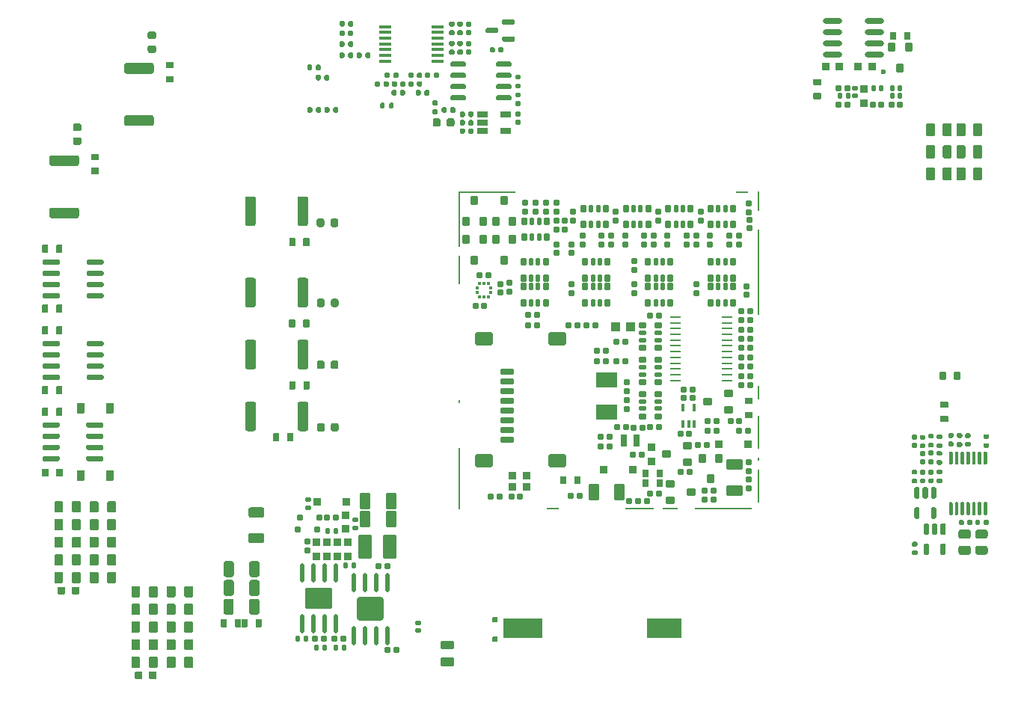
<source format=gbp>
G75*
G70*
%OFA0B0*%
%FSLAX25Y25*%
%IPPOS*%
%LPD*%
%AMOC8*
5,1,8,0,0,1.08239X$1,22.5*
%
%AMM107*
21,1,0.023620,0.018900,-0.000000,-0.000000,0.000000*
21,1,0.018900,0.023620,-0.000000,-0.000000,0.000000*
1,1,0.004720,0.009450,-0.009450*
1,1,0.004720,-0.009450,-0.009450*
1,1,0.004720,-0.009450,0.009450*
1,1,0.004720,0.009450,0.009450*
%
%AMM108*
21,1,0.019680,0.019680,-0.000000,-0.000000,90.000000*
21,1,0.015750,0.023620,-0.000000,-0.000000,90.000000*
1,1,0.003940,0.009840,0.007870*
1,1,0.003940,0.009840,-0.007870*
1,1,0.003940,-0.009840,-0.007870*
1,1,0.003940,-0.009840,0.007870*
%
%AMM109*
21,1,0.033470,0.026770,-0.000000,-0.000000,90.000000*
21,1,0.026770,0.033470,-0.000000,-0.000000,90.000000*
1,1,0.006690,0.013390,0.013390*
1,1,0.006690,0.013390,-0.013390*
1,1,0.006690,-0.013390,-0.013390*
1,1,0.006690,-0.013390,0.013390*
%
%AMM11*
21,1,0.023620,0.018900,0.000000,0.000000,90.000000*
21,1,0.018900,0.023620,0.000000,0.000000,90.000000*
1,1,0.004720,0.009450,0.009450*
1,1,0.004720,0.009450,-0.009450*
1,1,0.004720,-0.009450,-0.009450*
1,1,0.004720,-0.009450,0.009450*
%
%AMM110*
21,1,0.019680,0.019680,-0.000000,-0.000000,180.000000*
21,1,0.015750,0.023620,-0.000000,-0.000000,180.000000*
1,1,0.003940,-0.007870,0.009840*
1,1,0.003940,0.007870,0.009840*
1,1,0.003940,0.007870,-0.009840*
1,1,0.003940,-0.007870,-0.009840*
%
%AMM12*
21,1,0.019680,0.019680,0.000000,0.000000,0.000000*
21,1,0.015750,0.023620,0.000000,0.000000,0.000000*
1,1,0.003940,0.007870,-0.009840*
1,1,0.003940,-0.007870,-0.009840*
1,1,0.003940,-0.007870,0.009840*
1,1,0.003940,0.007870,0.009840*
%
%AMM13*
21,1,0.019680,0.019680,0.000000,0.000000,270.000000*
21,1,0.015750,0.023620,0.000000,0.000000,270.000000*
1,1,0.003940,-0.009840,-0.007870*
1,1,0.003940,-0.009840,0.007870*
1,1,0.003940,0.009840,0.007870*
1,1,0.003940,0.009840,-0.007870*
%
%AMM173*
21,1,0.025590,0.026380,-0.000000,-0.000000,90.000000*
21,1,0.020470,0.031500,-0.000000,-0.000000,90.000000*
1,1,0.005120,0.013190,0.010240*
1,1,0.005120,0.013190,-0.010240*
1,1,0.005120,-0.013190,-0.010240*
1,1,0.005120,-0.013190,0.010240*
%
%AMM174*
21,1,0.017720,0.027950,-0.000000,-0.000000,90.000000*
21,1,0.014170,0.031500,-0.000000,-0.000000,90.000000*
1,1,0.003540,0.013980,0.007090*
1,1,0.003540,0.013980,-0.007090*
1,1,0.003540,-0.013980,-0.007090*
1,1,0.003540,-0.013980,0.007090*
%
%AMM177*
21,1,0.027560,0.018900,-0.000000,-0.000000,270.000000*
21,1,0.022840,0.023620,-0.000000,-0.000000,270.000000*
1,1,0.004720,-0.009450,-0.011420*
1,1,0.004720,-0.009450,0.011420*
1,1,0.004720,0.009450,0.011420*
1,1,0.004720,0.009450,-0.011420*
%
%AMM179*
21,1,0.027560,0.018900,-0.000000,-0.000000,0.000000*
21,1,0.022840,0.023620,-0.000000,-0.000000,0.000000*
1,1,0.004720,0.011420,-0.009450*
1,1,0.004720,-0.011420,-0.009450*
1,1,0.004720,-0.011420,0.009450*
1,1,0.004720,0.011420,0.009450*
%
%AMM181*
21,1,0.035430,0.030320,-0.000000,-0.000000,90.000000*
21,1,0.028350,0.037400,-0.000000,-0.000000,90.000000*
1,1,0.007090,0.015160,0.014170*
1,1,0.007090,0.015160,-0.014170*
1,1,0.007090,-0.015160,-0.014170*
1,1,0.007090,-0.015160,0.014170*
%
%AMM184*
21,1,0.027560,0.030710,-0.000000,-0.000000,180.000000*
21,1,0.022050,0.036220,-0.000000,-0.000000,180.000000*
1,1,0.005510,-0.011020,0.015350*
1,1,0.005510,0.011020,0.015350*
1,1,0.005510,0.011020,-0.015350*
1,1,0.005510,-0.011020,-0.015350*
%
%AMM205*
21,1,0.033470,0.026770,-0.000000,-0.000000,270.000000*
21,1,0.026770,0.033470,-0.000000,-0.000000,270.000000*
1,1,0.006690,-0.013390,-0.013390*
1,1,0.006690,-0.013390,0.013390*
1,1,0.006690,0.013390,0.013390*
1,1,0.006690,0.013390,-0.013390*
%
%AMM206*
21,1,0.025590,0.026380,-0.000000,-0.000000,180.000000*
21,1,0.020470,0.031500,-0.000000,-0.000000,180.000000*
1,1,0.005120,-0.010240,0.013190*
1,1,0.005120,0.010240,0.013190*
1,1,0.005120,0.010240,-0.013190*
1,1,0.005120,-0.010240,-0.013190*
%
%AMM207*
21,1,0.017720,0.027950,-0.000000,-0.000000,180.000000*
21,1,0.014170,0.031500,-0.000000,-0.000000,180.000000*
1,1,0.003540,-0.007090,0.013980*
1,1,0.003540,0.007090,0.013980*
1,1,0.003540,0.007090,-0.013980*
1,1,0.003540,-0.007090,-0.013980*
%
%AMM208*
21,1,0.033470,0.026770,-0.000000,-0.000000,180.000000*
21,1,0.026770,0.033470,-0.000000,-0.000000,180.000000*
1,1,0.006690,-0.013390,0.013390*
1,1,0.006690,0.013390,0.013390*
1,1,0.006690,0.013390,-0.013390*
1,1,0.006690,-0.013390,-0.013390*
%
%AMM209*
21,1,0.078740,0.045670,-0.000000,-0.000000,0.000000*
21,1,0.067320,0.057090,-0.000000,-0.000000,0.000000*
1,1,0.011420,0.033660,-0.022840*
1,1,0.011420,-0.033660,-0.022840*
1,1,0.011420,-0.033660,0.022840*
1,1,0.011420,0.033660,0.022840*
%
%AMM210*
21,1,0.059060,0.020470,-0.000000,-0.000000,0.000000*
21,1,0.053940,0.025590,-0.000000,-0.000000,0.000000*
1,1,0.005120,0.026970,-0.010240*
1,1,0.005120,-0.026970,-0.010240*
1,1,0.005120,-0.026970,0.010240*
1,1,0.005120,0.026970,0.010240*
%
%AMM211*
21,1,0.035430,0.030320,-0.000000,-0.000000,0.000000*
21,1,0.028350,0.037400,-0.000000,-0.000000,0.000000*
1,1,0.007090,0.014170,-0.015160*
1,1,0.007090,-0.014170,-0.015160*
1,1,0.007090,-0.014170,0.015160*
1,1,0.007090,0.014170,0.015160*
%
%AMM212*
21,1,0.012600,0.028980,-0.000000,-0.000000,0.000000*
21,1,0.010080,0.031500,-0.000000,-0.000000,0.000000*
1,1,0.002520,0.005040,-0.014490*
1,1,0.002520,-0.005040,-0.014490*
1,1,0.002520,-0.005040,0.014490*
1,1,0.002520,0.005040,0.014490*
%
%AMM213*
21,1,0.070870,0.036220,-0.000000,-0.000000,180.000000*
21,1,0.061810,0.045280,-0.000000,-0.000000,180.000000*
1,1,0.009060,-0.030910,0.018110*
1,1,0.009060,0.030910,0.018110*
1,1,0.009060,0.030910,-0.018110*
1,1,0.009060,-0.030910,-0.018110*
%
%AMM214*
21,1,0.035830,0.026770,-0.000000,-0.000000,180.000000*
21,1,0.029130,0.033470,-0.000000,-0.000000,180.000000*
1,1,0.006690,-0.014570,0.013390*
1,1,0.006690,0.014570,0.013390*
1,1,0.006690,0.014570,-0.013390*
1,1,0.006690,-0.014570,-0.013390*
%
%AMM215*
21,1,0.027560,0.049610,-0.000000,-0.000000,180.000000*
21,1,0.022050,0.055120,-0.000000,-0.000000,180.000000*
1,1,0.005510,-0.011020,0.024800*
1,1,0.005510,0.011020,0.024800*
1,1,0.005510,0.011020,-0.024800*
1,1,0.005510,-0.011020,-0.024800*
%
%AMM216*
21,1,0.070870,0.036220,-0.000000,-0.000000,270.000000*
21,1,0.061810,0.045280,-0.000000,-0.000000,270.000000*
1,1,0.009060,-0.018110,-0.030910*
1,1,0.009060,-0.018110,0.030910*
1,1,0.009060,0.018110,0.030910*
1,1,0.009060,0.018110,-0.030910*
%
%AMM217*
21,1,0.027560,0.030710,-0.000000,-0.000000,270.000000*
21,1,0.022050,0.036220,-0.000000,-0.000000,270.000000*
1,1,0.005510,-0.015350,-0.011020*
1,1,0.005510,-0.015350,0.011020*
1,1,0.005510,0.015350,0.011020*
1,1,0.005510,0.015350,-0.011020*
%
%AMM239*
21,1,0.035430,0.030320,-0.000000,0.000000,0.000000*
21,1,0.028350,0.037400,-0.000000,0.000000,0.000000*
1,1,0.007090,0.014170,0.015160*
1,1,0.007090,-0.014170,0.015160*
1,1,0.007090,-0.014170,-0.015160*
1,1,0.007090,0.014170,-0.015160*
%
%AMM240*
21,1,0.033470,0.026770,-0.000000,0.000000,180.000000*
21,1,0.026770,0.033470,-0.000000,0.000000,180.000000*
1,1,0.006690,-0.013390,-0.013390*
1,1,0.006690,0.013390,-0.013390*
1,1,0.006690,0.013390,0.013390*
1,1,0.006690,-0.013390,0.013390*
%
%AMM241*
21,1,0.027560,0.030710,-0.000000,0.000000,0.000000*
21,1,0.022050,0.036220,-0.000000,0.000000,0.000000*
1,1,0.005510,0.011020,0.015350*
1,1,0.005510,-0.011020,0.015350*
1,1,0.005510,-0.011020,-0.015350*
1,1,0.005510,0.011020,-0.015350*
%
%AMM27*
21,1,0.106300,0.050390,0.000000,0.000000,90.000000*
21,1,0.093700,0.062990,0.000000,0.000000,90.000000*
1,1,0.012600,0.025200,0.046850*
1,1,0.012600,0.025200,-0.046850*
1,1,0.012600,-0.025200,-0.046850*
1,1,0.012600,-0.025200,0.046850*
%
%AMM28*
21,1,0.033470,0.026770,0.000000,0.000000,270.000000*
21,1,0.026770,0.033470,0.000000,0.000000,270.000000*
1,1,0.006690,-0.013390,-0.013390*
1,1,0.006690,-0.013390,0.013390*
1,1,0.006690,0.013390,0.013390*
1,1,0.006690,0.013390,-0.013390*
%
%AMM29*
21,1,0.023620,0.018900,0.000000,0.000000,180.000000*
21,1,0.018900,0.023620,0.000000,0.000000,180.000000*
1,1,0.004720,-0.009450,0.009450*
1,1,0.004720,0.009450,0.009450*
1,1,0.004720,0.009450,-0.009450*
1,1,0.004720,-0.009450,-0.009450*
%
%AMM30*
21,1,0.122050,0.075590,0.000000,0.000000,180.000000*
21,1,0.103150,0.094490,0.000000,0.000000,180.000000*
1,1,0.018900,-0.051580,0.037800*
1,1,0.018900,0.051580,0.037800*
1,1,0.018900,0.051580,-0.037800*
1,1,0.018900,-0.051580,-0.037800*
%
%AMM31*
21,1,0.118110,0.083460,0.000000,0.000000,0.000000*
21,1,0.097240,0.104330,0.000000,0.000000,0.000000*
1,1,0.020870,0.048620,-0.041730*
1,1,0.020870,-0.048620,-0.041730*
1,1,0.020870,-0.048620,0.041730*
1,1,0.020870,0.048620,0.041730*
%
%AMM7*
21,1,0.035830,0.026770,0.000000,0.000000,0.000000*
21,1,0.029130,0.033470,0.000000,0.000000,0.000000*
1,1,0.006690,0.014570,-0.013390*
1,1,0.006690,-0.014570,-0.013390*
1,1,0.006690,-0.014570,0.013390*
1,1,0.006690,0.014570,0.013390*
%
%AMM8*
21,1,0.070870,0.036220,0.000000,0.000000,90.000000*
21,1,0.061810,0.045280,0.000000,0.000000,90.000000*
1,1,0.009060,0.018110,0.030910*
1,1,0.009060,0.018110,-0.030910*
1,1,0.009060,-0.018110,-0.030910*
1,1,0.009060,-0.018110,0.030910*
%
%ADD100M8*%
%ADD103M11*%
%ADD104M12*%
%ADD105M13*%
%ADD123M27*%
%ADD124M28*%
%ADD125M29*%
%ADD126O,0.01968X0.08661*%
%ADD127M30*%
%ADD128M31*%
%ADD155R,0.05709X0.01772*%
%ADD156R,0.04803X0.02559*%
%ADD171O,0.08661X0.02362*%
%ADD20C,0.02362*%
%ADD214R,0.01378X0.01476*%
%ADD217O,0.04961X0.00984*%
%ADD219R,0.09449X0.06693*%
%ADD220R,0.01476X0.01378*%
%ADD222R,0.03937X0.04331*%
%ADD265M107*%
%ADD266M108*%
%ADD267M109*%
%ADD268M110*%
%ADD368M173*%
%ADD369M174*%
%ADD372M177*%
%ADD374M179*%
%ADD376M181*%
%ADD379M184*%
%ADD400M205*%
%ADD401M206*%
%ADD402M207*%
%ADD403M208*%
%ADD404M209*%
%ADD405M210*%
%ADD406M211*%
%ADD407M212*%
%ADD408M213*%
%ADD409M214*%
%ADD410M215*%
%ADD411M216*%
%ADD412M217*%
%ADD439M239*%
%ADD44R,0.00787X0.14567*%
%ADD440M240*%
%ADD441M241*%
%ADD45R,0.00787X0.01575*%
%ADD46R,0.00787X0.06299*%
%ADD47R,0.00787X0.38189*%
%ADD48R,0.00787X0.09055*%
%ADD49R,0.05512X0.00787*%
%ADD50R,0.25197X0.00787*%
%ADD51R,0.06693X0.00787*%
%ADD52R,0.12992X0.00787*%
%ADD53R,0.00787X0.27559*%
%ADD54R,0.00787X0.12992*%
%ADD55R,0.00787X0.24803*%
%ADD80R,0.17323X0.09055*%
%ADD81R,0.15748X0.09055*%
%ADD90O,0.00000X0.00000*%
%ADD99M7*%
X0000000Y0000000D02*
%LPD*%
G01*
G36*
G01*
X0409036Y0253070D02*
X0409036Y0248149D01*
G75*
G02*
X0408642Y0247756I-000394J0000000D01*
G01*
X0405492Y0247756D01*
G75*
G02*
X0405099Y0248149I0000000J0000394D01*
G01*
X0405099Y0253070D01*
G75*
G02*
X0405492Y0253464I0000394J0000000D01*
G01*
X0408642Y0253464D01*
G75*
G02*
X0409036Y0253070I0000000J-000394D01*
G01*
G37*
G36*
G01*
X0401555Y0253070D02*
X0401555Y0248149D01*
G75*
G02*
X0401161Y0247756I-000394J0000000D01*
G01*
X0398012Y0247756D01*
G75*
G02*
X0397618Y0248149I0000000J0000394D01*
G01*
X0397618Y0253070D01*
G75*
G02*
X0398012Y0253464I0000394J0000000D01*
G01*
X0401161Y0253464D01*
G75*
G02*
X0401555Y0253070I0000000J-000394D01*
G01*
G37*
G36*
G01*
X0010669Y0043897D02*
X0010669Y0046574D01*
G75*
G02*
X0011004Y0046909I0000335J0000000D01*
G01*
X0013681Y0046909D01*
G75*
G02*
X0014016Y0046574I0000000J-000335D01*
G01*
X0014016Y0043897D01*
G75*
G02*
X0013681Y0043563I-000335J0000000D01*
G01*
X0011004Y0043563D01*
G75*
G02*
X0010669Y0043897I0000000J0000335D01*
G01*
G37*
G36*
G01*
X0016890Y0043897D02*
X0016890Y0046574D01*
G75*
G02*
X0017224Y0046909I0000335J0000000D01*
G01*
X0019902Y0046909D01*
G75*
G02*
X0020236Y0046574I0000000J-000335D01*
G01*
X0020236Y0043897D01*
G75*
G02*
X0019902Y0043563I-000335J0000000D01*
G01*
X0017224Y0043563D01*
G75*
G02*
X0016890Y0043897I0000000J0000335D01*
G01*
G37*
G36*
G01*
X0409036Y0243228D02*
X0409036Y0238307D01*
G75*
G02*
X0408642Y0237913I-000394J0000000D01*
G01*
X0405492Y0237913D01*
G75*
G02*
X0405099Y0238307I0000000J0000394D01*
G01*
X0405099Y0243228D01*
G75*
G02*
X0405492Y0243622I0000394J0000000D01*
G01*
X0408642Y0243622D01*
G75*
G02*
X0409036Y0243228I0000000J-000394D01*
G01*
G37*
G36*
G01*
X0401555Y0243228D02*
X0401555Y0238307D01*
G75*
G02*
X0401161Y0237913I-000394J0000000D01*
G01*
X0398012Y0237913D01*
G75*
G02*
X0397618Y0238307I0000000J0000394D01*
G01*
X0397618Y0243228D01*
G75*
G02*
X0398012Y0243622I0000394J0000000D01*
G01*
X0401161Y0243622D01*
G75*
G02*
X0401555Y0243228I0000000J-000394D01*
G01*
G37*
G36*
G01*
X0071004Y0046771D02*
X0071004Y0042637D01*
G75*
G02*
X0070610Y0042244I-000394J0000000D01*
G01*
X0067461Y0042244D01*
G75*
G02*
X0067067Y0042637I0000000J0000394D01*
G01*
X0067067Y0046771D01*
G75*
G02*
X0067461Y0047165I0000394J0000000D01*
G01*
X0070610Y0047165D01*
G75*
G02*
X0071004Y0046771I0000000J-000394D01*
G01*
G37*
G36*
G01*
X0063130Y0046771D02*
X0063130Y0042637D01*
G75*
G02*
X0062736Y0042244I-000394J0000000D01*
G01*
X0059587Y0042244D01*
G75*
G02*
X0059193Y0042637I0000000J0000394D01*
G01*
X0059193Y0046771D01*
G75*
G02*
X0059587Y0047165I0000394J0000000D01*
G01*
X0062736Y0047165D01*
G75*
G02*
X0063130Y0046771I0000000J-000394D01*
G01*
G37*
G36*
G01*
X0122835Y0202008D02*
X0122835Y0198937D01*
G75*
G02*
X0122559Y0198661I-000276J0000000D01*
G01*
X0120354Y0198661D01*
G75*
G02*
X0120079Y0198937I0000000J0000276D01*
G01*
X0120079Y0202008D01*
G75*
G02*
X0120354Y0202283I0000276J0000000D01*
G01*
X0122559Y0202283D01*
G75*
G02*
X0122835Y0202008I0000000J-000276D01*
G01*
G37*
G36*
G01*
X0116535Y0202008D02*
X0116535Y0198937D01*
G75*
G02*
X0116260Y0198661I-000276J0000000D01*
G01*
X0114055Y0198661D01*
G75*
G02*
X0113780Y0198937I0000000J0000276D01*
G01*
X0113780Y0202008D01*
G75*
G02*
X0114055Y0202283I0000276J0000000D01*
G01*
X0116260Y0202283D01*
G75*
G02*
X0116535Y0202008I0000000J-000276D01*
G01*
G37*
G36*
G01*
X0019134Y0094547D02*
X0019134Y0098563D01*
G75*
G02*
X0019488Y0098917I0000354J0000000D01*
G01*
X0022323Y0098917D01*
G75*
G02*
X0022677Y0098563I0000000J-000354D01*
G01*
X0022677Y0094547D01*
G75*
G02*
X0022323Y0094193I-000354J0000000D01*
G01*
X0019488Y0094193D01*
G75*
G02*
X0019134Y0094547I0000000J0000354D01*
G01*
G37*
G36*
G01*
X0032126Y0094547D02*
X0032126Y0098563D01*
G75*
G02*
X0032480Y0098917I0000354J0000000D01*
G01*
X0035315Y0098917D01*
G75*
G02*
X0035669Y0098563I0000000J-000354D01*
G01*
X0035669Y0094547D01*
G75*
G02*
X0035315Y0094193I-000354J0000000D01*
G01*
X0032480Y0094193D01*
G75*
G02*
X0032126Y0094547I0000000J0000354D01*
G01*
G37*
D80*
X0217933Y0028563D03*
D81*
X0280925Y0028563D03*
G36*
G01*
X0122815Y0165767D02*
X0122815Y0162696D01*
G75*
G02*
X0122539Y0162421I-000276J0000000D01*
G01*
X0120335Y0162421D01*
G75*
G02*
X0120059Y0162696I0000000J0000276D01*
G01*
X0120059Y0165767D01*
G75*
G02*
X0120335Y0166043I0000276J0000000D01*
G01*
X0122539Y0166043D01*
G75*
G02*
X0122815Y0165767I0000000J-000276D01*
G01*
G37*
G36*
G01*
X0116516Y0165767D02*
X0116516Y0162696D01*
G75*
G02*
X0116240Y0162421I-000276J0000000D01*
G01*
X0114035Y0162421D01*
G75*
G02*
X0113760Y0162696I0000000J0000276D01*
G01*
X0113760Y0165767D01*
G75*
G02*
X0114035Y0166043I0000276J0000000D01*
G01*
X0116240Y0166043D01*
G75*
G02*
X0116516Y0165767I0000000J-000276D01*
G01*
G37*
G36*
G01*
X0122343Y0156043D02*
X0122343Y0144822D01*
G75*
G02*
X0121358Y0143838I-000984J0000000D01*
G01*
X0118504Y0143838D01*
G75*
G02*
X0117520Y0144822I0000000J0000984D01*
G01*
X0117520Y0156043D01*
G75*
G02*
X0118504Y0157027I0000984J0000000D01*
G01*
X0121358Y0157027D01*
G75*
G02*
X0122343Y0156043I0000000J-000984D01*
G01*
G37*
G36*
G01*
X0099016Y0156043D02*
X0099016Y0144822D01*
G75*
G02*
X0098031Y0143838I-000984J0000000D01*
G01*
X0095177Y0143838D01*
G75*
G02*
X0094193Y0144822I0000000J0000984D01*
G01*
X0094193Y0156043D01*
G75*
G02*
X0095177Y0157027I0000984J0000000D01*
G01*
X0098031Y0157027D01*
G75*
G02*
X0099016Y0156043I0000000J-000984D01*
G01*
G37*
G36*
G01*
X0071004Y0023149D02*
X0071004Y0019015D01*
G75*
G02*
X0070610Y0018622I-000394J0000000D01*
G01*
X0067461Y0018622D01*
G75*
G02*
X0067067Y0019015I0000000J0000394D01*
G01*
X0067067Y0023149D01*
G75*
G02*
X0067461Y0023543I0000394J0000000D01*
G01*
X0070610Y0023543D01*
G75*
G02*
X0071004Y0023149I0000000J-000394D01*
G01*
G37*
G36*
G01*
X0063130Y0023149D02*
X0063130Y0019015D01*
G75*
G02*
X0062736Y0018622I-000394J0000000D01*
G01*
X0059587Y0018622D01*
G75*
G02*
X0059193Y0019015I0000000J0000394D01*
G01*
X0059193Y0023149D01*
G75*
G02*
X0059587Y0023543I0000394J0000000D01*
G01*
X0062736Y0023543D01*
G75*
G02*
X0063130Y0023149I0000000J-000394D01*
G01*
G37*
G36*
G01*
X0053627Y0284803D02*
X0051609Y0284803D01*
G75*
G02*
X0050748Y0285664I0000000J0000861D01*
G01*
X0050748Y0287386D01*
G75*
G02*
X0051609Y0288248I0000861J0000000D01*
G01*
X0053627Y0288248D01*
G75*
G02*
X0054488Y0287386I0000000J-000861D01*
G01*
X0054488Y0285664D01*
G75*
G02*
X0053627Y0284803I-000861J0000000D01*
G01*
G37*
G36*
G01*
X0053627Y0291004D02*
X0051609Y0291004D01*
G75*
G02*
X0050748Y0291865I0000000J0000861D01*
G01*
X0050748Y0293587D01*
G75*
G02*
X0051609Y0294448I0000861J0000000D01*
G01*
X0053627Y0294448D01*
G75*
G02*
X0054488Y0293587I0000000J-000861D01*
G01*
X0054488Y0291865D01*
G75*
G02*
X0053627Y0291004I-000861J0000000D01*
G01*
G37*
G36*
G01*
X0003681Y0196043D02*
X0003681Y0199114D01*
G75*
G02*
X0003957Y0199389I0000276J0000000D01*
G01*
X0006161Y0199389D01*
G75*
G02*
X0006437Y0199114I0000000J-000276D01*
G01*
X0006437Y0196043D01*
G75*
G02*
X0006161Y0195767I-000276J0000000D01*
G01*
X0003957Y0195767D01*
G75*
G02*
X0003681Y0196043I0000000J0000276D01*
G01*
G37*
G36*
G01*
X0009980Y0196043D02*
X0009980Y0199114D01*
G75*
G02*
X0010256Y0199389I0000276J0000000D01*
G01*
X0012461Y0199389D01*
G75*
G02*
X0012736Y0199114I0000000J-000276D01*
G01*
X0012736Y0196043D01*
G75*
G02*
X0012461Y0195767I-000276J0000000D01*
G01*
X0010256Y0195767D01*
G75*
G02*
X0009980Y0196043I0000000J0000276D01*
G01*
G37*
G36*
G01*
X0403720Y0139429D02*
X0403720Y0142500D01*
G75*
G02*
X0403996Y0142775I0000276J0000000D01*
G01*
X0406201Y0142775D01*
G75*
G02*
X0406476Y0142500I0000000J-000276D01*
G01*
X0406476Y0139429D01*
G75*
G02*
X0406201Y0139153I-000276J0000000D01*
G01*
X0403996Y0139153D01*
G75*
G02*
X0403720Y0139429I0000000J0000276D01*
G01*
G37*
G36*
G01*
X0410020Y0139429D02*
X0410020Y0142500D01*
G75*
G02*
X0410295Y0142775I0000276J0000000D01*
G01*
X0412500Y0142775D01*
G75*
G02*
X0412776Y0142500I0000000J-000276D01*
G01*
X0412776Y0139429D01*
G75*
G02*
X0412500Y0139153I-000276J0000000D01*
G01*
X0410295Y0139153D01*
G75*
G02*
X0410020Y0139429I0000000J0000276D01*
G01*
G37*
G36*
G01*
X0126122Y0144857D02*
X0126122Y0146875D01*
G75*
G02*
X0126983Y0147736I0000861J0000000D01*
G01*
X0128706Y0147736D01*
G75*
G02*
X0129567Y0146875I0000000J-000861D01*
G01*
X0129567Y0144857D01*
G75*
G02*
X0128706Y0143996I-000861J0000000D01*
G01*
X0126983Y0143996D01*
G75*
G02*
X0126122Y0144857I0000000J0000861D01*
G01*
G37*
G36*
G01*
X0132323Y0144857D02*
X0132323Y0146875D01*
G75*
G02*
X0133184Y0147736I0000861J0000000D01*
G01*
X0134906Y0147736D01*
G75*
G02*
X0135768Y0146875I0000000J-000861D01*
G01*
X0135768Y0144857D01*
G75*
G02*
X0134906Y0143996I-000861J0000000D01*
G01*
X0133184Y0143996D01*
G75*
G02*
X0132323Y0144857I0000000J0000861D01*
G01*
G37*
G36*
G01*
X0009114Y0072539D02*
X0009114Y0076673D01*
G75*
G02*
X0009508Y0077067I0000394J0000000D01*
G01*
X0012657Y0077067D01*
G75*
G02*
X0013051Y0076673I0000000J-000394D01*
G01*
X0013051Y0072539D01*
G75*
G02*
X0012657Y0072145I-000394J0000000D01*
G01*
X0009508Y0072145D01*
G75*
G02*
X0009114Y0072539I0000000J0000394D01*
G01*
G37*
G36*
G01*
X0016988Y0072539D02*
X0016988Y0076673D01*
G75*
G02*
X0017382Y0077067I0000394J0000000D01*
G01*
X0020531Y0077067D01*
G75*
G02*
X0020925Y0076673I0000000J-000394D01*
G01*
X0020925Y0072539D01*
G75*
G02*
X0020531Y0072145I-000394J0000000D01*
G01*
X0017382Y0072145D01*
G75*
G02*
X0016988Y0072539I0000000J0000394D01*
G01*
G37*
G36*
G01*
X0043445Y0026889D02*
X0043445Y0031023D01*
G75*
G02*
X0043839Y0031417I0000394J0000000D01*
G01*
X0046988Y0031417D01*
G75*
G02*
X0047382Y0031023I0000000J-000394D01*
G01*
X0047382Y0026889D01*
G75*
G02*
X0046988Y0026496I-000394J0000000D01*
G01*
X0043839Y0026496D01*
G75*
G02*
X0043445Y0026889I0000000J0000394D01*
G01*
G37*
G36*
G01*
X0051319Y0026889D02*
X0051319Y0031023D01*
G75*
G02*
X0051713Y0031417I0000394J0000000D01*
G01*
X0054862Y0031417D01*
G75*
G02*
X0055256Y0031023I0000000J-000394D01*
G01*
X0055256Y0026889D01*
G75*
G02*
X0054862Y0026496I-000394J0000000D01*
G01*
X0051713Y0026496D01*
G75*
G02*
X0051319Y0026889I0000000J0000394D01*
G01*
G37*
G36*
G01*
X0036673Y0084547D02*
X0036673Y0080413D01*
G75*
G02*
X0036280Y0080019I-000394J0000000D01*
G01*
X0033130Y0080019D01*
G75*
G02*
X0032736Y0080413I0000000J0000394D01*
G01*
X0032736Y0084547D01*
G75*
G02*
X0033130Y0084941I0000394J0000000D01*
G01*
X0036280Y0084941D01*
G75*
G02*
X0036673Y0084547I0000000J-000394D01*
G01*
G37*
G36*
G01*
X0028799Y0084547D02*
X0028799Y0080413D01*
G75*
G02*
X0028406Y0080019I-000394J0000000D01*
G01*
X0025256Y0080019D01*
G75*
G02*
X0024862Y0080413I0000000J0000394D01*
G01*
X0024862Y0084547D01*
G75*
G02*
X0025256Y0084941I0000394J0000000D01*
G01*
X0028406Y0084941D01*
G75*
G02*
X0028799Y0084547I0000000J-000394D01*
G01*
G37*
G36*
G01*
X0043445Y0011141D02*
X0043445Y0015275D01*
G75*
G02*
X0043839Y0015669I0000394J0000000D01*
G01*
X0046988Y0015669D01*
G75*
G02*
X0047382Y0015275I0000000J-000394D01*
G01*
X0047382Y0011141D01*
G75*
G02*
X0046988Y0010748I-000394J0000000D01*
G01*
X0043839Y0010748D01*
G75*
G02*
X0043445Y0011141I0000000J0000394D01*
G01*
G37*
G36*
G01*
X0051319Y0011141D02*
X0051319Y0015275D01*
G75*
G02*
X0051713Y0015669I0000394J0000000D01*
G01*
X0054862Y0015669D01*
G75*
G02*
X0055256Y0015275I0000000J-000394D01*
G01*
X0055256Y0011141D01*
G75*
G02*
X0054862Y0010748I-000394J0000000D01*
G01*
X0051713Y0010748D01*
G75*
G02*
X0051319Y0011141I0000000J0000394D01*
G01*
G37*
G36*
G01*
X0003957Y0176023D02*
X0003957Y0177204D01*
G75*
G02*
X0004547Y0177795I0000591J0000000D01*
G01*
X0011043Y0177795D01*
G75*
G02*
X0011634Y0177204I0000000J-000591D01*
G01*
X0011634Y0176023D01*
G75*
G02*
X0011043Y0175433I-000591J0000000D01*
G01*
X0004547Y0175433D01*
G75*
G02*
X0003957Y0176023I0000000J0000591D01*
G01*
G37*
G36*
G01*
X0003957Y0181023D02*
X0003957Y0182204D01*
G75*
G02*
X0004547Y0182795I0000591J0000000D01*
G01*
X0011043Y0182795D01*
G75*
G02*
X0011634Y0182204I0000000J-000591D01*
G01*
X0011634Y0181023D01*
G75*
G02*
X0011043Y0180433I-000591J0000000D01*
G01*
X0004547Y0180433D01*
G75*
G02*
X0003957Y0181023I0000000J0000591D01*
G01*
G37*
G36*
G01*
X0003957Y0186023D02*
X0003957Y0187204D01*
G75*
G02*
X0004547Y0187795I0000591J0000000D01*
G01*
X0011043Y0187795D01*
G75*
G02*
X0011634Y0187204I0000000J-000591D01*
G01*
X0011634Y0186023D01*
G75*
G02*
X0011043Y0185433I-000591J0000000D01*
G01*
X0004547Y0185433D01*
G75*
G02*
X0003957Y0186023I0000000J0000591D01*
G01*
G37*
G36*
G01*
X0003957Y0191023D02*
X0003957Y0192204D01*
G75*
G02*
X0004547Y0192795I0000591J0000000D01*
G01*
X0011043Y0192795D01*
G75*
G02*
X0011634Y0192204I0000000J-000591D01*
G01*
X0011634Y0191023D01*
G75*
G02*
X0011043Y0190433I-000591J0000000D01*
G01*
X0004547Y0190433D01*
G75*
G02*
X0003957Y0191023I0000000J0000591D01*
G01*
G37*
G36*
G01*
X0023445Y0191023D02*
X0023445Y0192204D01*
G75*
G02*
X0024035Y0192795I0000591J0000000D01*
G01*
X0030531Y0192795D01*
G75*
G02*
X0031122Y0192204I0000000J-000591D01*
G01*
X0031122Y0191023D01*
G75*
G02*
X0030531Y0190433I-000591J0000000D01*
G01*
X0024035Y0190433D01*
G75*
G02*
X0023445Y0191023I0000000J0000591D01*
G01*
G37*
G36*
G01*
X0023445Y0186023D02*
X0023445Y0187204D01*
G75*
G02*
X0024035Y0187795I0000591J0000000D01*
G01*
X0030531Y0187795D01*
G75*
G02*
X0031122Y0187204I0000000J-000591D01*
G01*
X0031122Y0186023D01*
G75*
G02*
X0030531Y0185433I-000591J0000000D01*
G01*
X0024035Y0185433D01*
G75*
G02*
X0023445Y0186023I0000000J0000591D01*
G01*
G37*
G36*
G01*
X0023445Y0181023D02*
X0023445Y0182204D01*
G75*
G02*
X0024035Y0182795I0000591J0000000D01*
G01*
X0030531Y0182795D01*
G75*
G02*
X0031122Y0182204I0000000J-000591D01*
G01*
X0031122Y0181023D01*
G75*
G02*
X0030531Y0180433I-000591J0000000D01*
G01*
X0024035Y0180433D01*
G75*
G02*
X0023445Y0181023I0000000J0000591D01*
G01*
G37*
G36*
G01*
X0023445Y0176023D02*
X0023445Y0177204D01*
G75*
G02*
X0024035Y0177795I0000591J0000000D01*
G01*
X0030531Y0177795D01*
G75*
G02*
X0031122Y0177204I0000000J-000591D01*
G01*
X0031122Y0176023D01*
G75*
G02*
X0030531Y0175433I-000591J0000000D01*
G01*
X0024035Y0175433D01*
G75*
G02*
X0023445Y0176023I0000000J0000591D01*
G01*
G37*
G36*
G01*
X0099606Y0034468D02*
X0096890Y0034468D01*
G75*
G02*
X0095984Y0035374I0000000J0000906D01*
G01*
X0095984Y0040649D01*
G75*
G02*
X0096890Y0041555I0000906J0000000D01*
G01*
X0099606Y0041555D01*
G75*
G02*
X0100512Y0040649I0000000J-000906D01*
G01*
X0100512Y0035374D01*
G75*
G02*
X0099606Y0034468I-000906J0000000D01*
G01*
G37*
G36*
G01*
X0088189Y0034468D02*
X0085472Y0034468D01*
G75*
G02*
X0084567Y0035374I0000000J0000906D01*
G01*
X0084567Y0040649D01*
G75*
G02*
X0085472Y0041555I0000906J0000000D01*
G01*
X0088189Y0041555D01*
G75*
G02*
X0089094Y0040649I0000000J-000906D01*
G01*
X0089094Y0035374D01*
G75*
G02*
X0088189Y0034468I-000906J0000000D01*
G01*
G37*
G36*
G01*
X0422618Y0253070D02*
X0422618Y0248149D01*
G75*
G02*
X0422224Y0247756I-000394J0000000D01*
G01*
X0419075Y0247756D01*
G75*
G02*
X0418681Y0248149I0000000J0000394D01*
G01*
X0418681Y0253070D01*
G75*
G02*
X0419075Y0253464I0000394J0000000D01*
G01*
X0422224Y0253464D01*
G75*
G02*
X0422618Y0253070I0000000J-000394D01*
G01*
G37*
G36*
G01*
X0415138Y0253070D02*
X0415138Y0248149D01*
G75*
G02*
X0414744Y0247756I-000394J0000000D01*
G01*
X0411594Y0247756D01*
G75*
G02*
X0411201Y0248149I0000000J0000394D01*
G01*
X0411201Y0253070D01*
G75*
G02*
X0411594Y0253464I0000394J0000000D01*
G01*
X0414744Y0253464D01*
G75*
G02*
X0415138Y0253070I0000000J-000394D01*
G01*
G37*
G36*
G01*
X0122874Y0138228D02*
X0122874Y0135157D01*
G75*
G02*
X0122598Y0134882I-000276J0000000D01*
G01*
X0120394Y0134882D01*
G75*
G02*
X0120118Y0135157I0000000J0000276D01*
G01*
X0120118Y0138228D01*
G75*
G02*
X0120394Y0138504I0000276J0000000D01*
G01*
X0122598Y0138504D01*
G75*
G02*
X0122874Y0138228I0000000J-000276D01*
G01*
G37*
G36*
G01*
X0116575Y0138228D02*
X0116575Y0135157D01*
G75*
G02*
X0116299Y0134882I-000276J0000000D01*
G01*
X0114094Y0134882D01*
G75*
G02*
X0113819Y0135157I0000000J0000276D01*
G01*
X0113819Y0138228D01*
G75*
G02*
X0114094Y0138504I0000276J0000000D01*
G01*
X0116299Y0138504D01*
G75*
G02*
X0116575Y0138228I0000000J-000276D01*
G01*
G37*
G36*
G01*
X0045079Y0006122D02*
X0045079Y0008799D01*
G75*
G02*
X0045413Y0009133I0000335J0000000D01*
G01*
X0048091Y0009133D01*
G75*
G02*
X0048425Y0008799I0000000J-000335D01*
G01*
X0048425Y0006122D01*
G75*
G02*
X0048091Y0005787I-000335J0000000D01*
G01*
X0045413Y0005787D01*
G75*
G02*
X0045079Y0006122I0000000J0000335D01*
G01*
G37*
G36*
G01*
X0051299Y0006122D02*
X0051299Y0008799D01*
G75*
G02*
X0051634Y0009133I0000335J0000000D01*
G01*
X0054311Y0009133D01*
G75*
G02*
X0054646Y0008799I0000000J-000335D01*
G01*
X0054646Y0006122D01*
G75*
G02*
X0054311Y0005787I-000335J0000000D01*
G01*
X0051634Y0005787D01*
G75*
G02*
X0051299Y0006122I0000000J0000335D01*
G01*
G37*
G36*
G01*
X0009114Y0048917D02*
X0009114Y0053051D01*
G75*
G02*
X0009508Y0053445I0000394J0000000D01*
G01*
X0012657Y0053445D01*
G75*
G02*
X0013051Y0053051I0000000J-000394D01*
G01*
X0013051Y0048917D01*
G75*
G02*
X0012657Y0048523I-000394J0000000D01*
G01*
X0009508Y0048523D01*
G75*
G02*
X0009114Y0048917I0000000J0000394D01*
G01*
G37*
G36*
G01*
X0016988Y0048917D02*
X0016988Y0053051D01*
G75*
G02*
X0017382Y0053445I0000394J0000000D01*
G01*
X0020531Y0053445D01*
G75*
G02*
X0020925Y0053051I0000000J-000394D01*
G01*
X0020925Y0048917D01*
G75*
G02*
X0020531Y0048523I-000394J0000000D01*
G01*
X0017382Y0048523D01*
G75*
G02*
X0016988Y0048917I0000000J0000394D01*
G01*
G37*
G36*
G01*
X0036673Y0053051D02*
X0036673Y0048917D01*
G75*
G02*
X0036280Y0048523I-000394J0000000D01*
G01*
X0033130Y0048523D01*
G75*
G02*
X0032736Y0048917I0000000J0000394D01*
G01*
X0032736Y0053051D01*
G75*
G02*
X0033130Y0053445I0000394J0000000D01*
G01*
X0036280Y0053445D01*
G75*
G02*
X0036673Y0053051I0000000J-000394D01*
G01*
G37*
G36*
G01*
X0028799Y0053051D02*
X0028799Y0048917D01*
G75*
G02*
X0028406Y0048523I-000394J0000000D01*
G01*
X0025256Y0048523D01*
G75*
G02*
X0024862Y0048917I0000000J0000394D01*
G01*
X0024862Y0053051D01*
G75*
G02*
X0025256Y0053445I0000394J0000000D01*
G01*
X0028406Y0053445D01*
G75*
G02*
X0028799Y0053051I0000000J-000394D01*
G01*
G37*
G36*
G01*
X0007933Y0239227D02*
X0019154Y0239227D01*
G75*
G02*
X0020138Y0238243I0000000J-000984D01*
G01*
X0020138Y0235388D01*
G75*
G02*
X0019154Y0234404I-000984J0000000D01*
G01*
X0007933Y0234404D01*
G75*
G02*
X0006949Y0235388I0000000J0000984D01*
G01*
X0006949Y0238243D01*
G75*
G02*
X0007933Y0239227I0000984J0000000D01*
G01*
G37*
G36*
G01*
X0007933Y0215900D02*
X0019154Y0215900D01*
G75*
G02*
X0020138Y0214916I0000000J-000984D01*
G01*
X0020138Y0212062D01*
G75*
G02*
X0019154Y0211077I-000984J0000000D01*
G01*
X0007933Y0211077D01*
G75*
G02*
X0006949Y0212062I0000000J0000984D01*
G01*
X0006949Y0214916D01*
G75*
G02*
X0007933Y0215900I0000984J0000000D01*
G01*
G37*
G36*
G01*
X0043445Y0034763D02*
X0043445Y0038897D01*
G75*
G02*
X0043839Y0039291I0000394J0000000D01*
G01*
X0046988Y0039291D01*
G75*
G02*
X0047382Y0038897I0000000J-000394D01*
G01*
X0047382Y0034763D01*
G75*
G02*
X0046988Y0034370I-000394J0000000D01*
G01*
X0043839Y0034370D01*
G75*
G02*
X0043445Y0034763I0000000J0000394D01*
G01*
G37*
G36*
G01*
X0051319Y0034763D02*
X0051319Y0038897D01*
G75*
G02*
X0051713Y0039291I0000394J0000000D01*
G01*
X0054862Y0039291D01*
G75*
G02*
X0055256Y0038897I0000000J-000394D01*
G01*
X0055256Y0034763D01*
G75*
G02*
X0054862Y0034370I-000394J0000000D01*
G01*
X0051713Y0034370D01*
G75*
G02*
X0051319Y0034763I0000000J0000394D01*
G01*
G37*
G36*
G01*
X0099646Y0042854D02*
X0096929Y0042854D01*
G75*
G02*
X0096024Y0043759I0000000J0000906D01*
G01*
X0096024Y0049035D01*
G75*
G02*
X0096929Y0049941I0000906J0000000D01*
G01*
X0099646Y0049941D01*
G75*
G02*
X0100551Y0049035I0000000J-000906D01*
G01*
X0100551Y0043759D01*
G75*
G02*
X0099646Y0042854I-000906J0000000D01*
G01*
G37*
G36*
G01*
X0088228Y0042854D02*
X0085512Y0042854D01*
G75*
G02*
X0084606Y0043759I0000000J0000906D01*
G01*
X0084606Y0049035D01*
G75*
G02*
X0085512Y0049941I0000906J0000000D01*
G01*
X0088228Y0049941D01*
G75*
G02*
X0089134Y0049035I0000000J-000906D01*
G01*
X0089134Y0043759D01*
G75*
G02*
X0088228Y0042854I-000906J0000000D01*
G01*
G37*
G36*
G01*
X0204390Y0031240D02*
X0204390Y0033130D01*
G75*
G02*
X0204626Y0033366I0000236J0000000D01*
G01*
X0206516Y0033366D01*
G75*
G02*
X0206752Y0033130I0000000J-000236D01*
G01*
X0206752Y0031240D01*
G75*
G02*
X0206516Y0031004I-000236J0000000D01*
G01*
X0204626Y0031004D01*
G75*
G02*
X0204390Y0031240I0000000J0000236D01*
G01*
G37*
G36*
G01*
X0204390Y0022578D02*
X0204390Y0024468D01*
G75*
G02*
X0204626Y0024704I0000236J0000000D01*
G01*
X0206516Y0024704D01*
G75*
G02*
X0206752Y0024468I0000000J-000236D01*
G01*
X0206752Y0022578D01*
G75*
G02*
X0206516Y0022342I-000236J0000000D01*
G01*
X0204626Y0022342D01*
G75*
G02*
X0204390Y0022578I0000000J0000236D01*
G01*
G37*
G36*
G01*
X0126181Y0172436D02*
X0126181Y0174453D01*
G75*
G02*
X0127042Y0175315I0000861J0000000D01*
G01*
X0128765Y0175315D01*
G75*
G02*
X0129626Y0174453I0000000J-000861D01*
G01*
X0129626Y0172436D01*
G75*
G02*
X0128765Y0171574I-000861J0000000D01*
G01*
X0127042Y0171574D01*
G75*
G02*
X0126181Y0172436I0000000J0000861D01*
G01*
G37*
G36*
G01*
X0132382Y0172436D02*
X0132382Y0174453D01*
G75*
G02*
X0133243Y0175315I0000861J0000000D01*
G01*
X0134966Y0175315D01*
G75*
G02*
X0135827Y0174453I0000000J-000861D01*
G01*
X0135827Y0172436D01*
G75*
G02*
X0134966Y0171574I-000861J0000000D01*
G01*
X0133243Y0171574D01*
G75*
G02*
X0132382Y0172436I0000000J0000861D01*
G01*
G37*
G36*
G01*
X0003681Y0169350D02*
X0003681Y0172421D01*
G75*
G02*
X0003957Y0172696I0000276J0000000D01*
G01*
X0006161Y0172696D01*
G75*
G02*
X0006437Y0172421I0000000J-000276D01*
G01*
X0006437Y0169350D01*
G75*
G02*
X0006161Y0169074I-000276J0000000D01*
G01*
X0003957Y0169074D01*
G75*
G02*
X0003681Y0169350I0000000J0000276D01*
G01*
G37*
G36*
G01*
X0009980Y0169350D02*
X0009980Y0172421D01*
G75*
G02*
X0010256Y0172696I0000276J0000000D01*
G01*
X0012461Y0172696D01*
G75*
G02*
X0012736Y0172421I0000000J-000276D01*
G01*
X0012736Y0169350D01*
G75*
G02*
X0012461Y0169074I-000276J0000000D01*
G01*
X0010256Y0169074D01*
G75*
G02*
X0009980Y0169350I0000000J0000276D01*
G01*
G37*
G36*
G01*
X0036673Y0068799D02*
X0036673Y0064665D01*
G75*
G02*
X0036280Y0064271I-000394J0000000D01*
G01*
X0033130Y0064271D01*
G75*
G02*
X0032736Y0064665I0000000J0000394D01*
G01*
X0032736Y0068799D01*
G75*
G02*
X0033130Y0069193I0000394J0000000D01*
G01*
X0036280Y0069193D01*
G75*
G02*
X0036673Y0068799I0000000J-000394D01*
G01*
G37*
G36*
G01*
X0028799Y0068799D02*
X0028799Y0064665D01*
G75*
G02*
X0028406Y0064271I-000394J0000000D01*
G01*
X0025256Y0064271D01*
G75*
G02*
X0024862Y0064665I0000000J0000394D01*
G01*
X0024862Y0068799D01*
G75*
G02*
X0025256Y0069193I0000394J0000000D01*
G01*
X0028406Y0069193D01*
G75*
G02*
X0028799Y0068799I0000000J-000394D01*
G01*
G37*
G36*
G01*
X0122283Y0183622D02*
X0122283Y0172401D01*
G75*
G02*
X0121299Y0171417I-000984J0000000D01*
G01*
X0118445Y0171417D01*
G75*
G02*
X0117461Y0172401I0000000J0000984D01*
G01*
X0117461Y0183622D01*
G75*
G02*
X0118445Y0184606I0000984J0000000D01*
G01*
X0121299Y0184606D01*
G75*
G02*
X0122283Y0183622I0000000J-000984D01*
G01*
G37*
G36*
G01*
X0098957Y0183622D02*
X0098957Y0172401D01*
G75*
G02*
X0097972Y0171417I-000984J0000000D01*
G01*
X0095118Y0171417D01*
G75*
G02*
X0094134Y0172401I0000000J0000984D01*
G01*
X0094134Y0183622D01*
G75*
G02*
X0095118Y0184606I0000984J0000000D01*
G01*
X0097972Y0184606D01*
G75*
G02*
X0098957Y0183622I0000000J-000984D01*
G01*
G37*
D90*
X0368622Y0275561D03*
G36*
G01*
X0003957Y0139724D02*
X0003957Y0140905D01*
G75*
G02*
X0004547Y0141496I0000591J0000000D01*
G01*
X0011043Y0141496D01*
G75*
G02*
X0011634Y0140905I0000000J-000591D01*
G01*
X0011634Y0139724D01*
G75*
G02*
X0011043Y0139133I-000591J0000000D01*
G01*
X0004547Y0139133D01*
G75*
G02*
X0003957Y0139724I0000000J0000591D01*
G01*
G37*
G36*
G01*
X0003957Y0144724D02*
X0003957Y0145905D01*
G75*
G02*
X0004547Y0146496I0000591J0000000D01*
G01*
X0011043Y0146496D01*
G75*
G02*
X0011634Y0145905I0000000J-000591D01*
G01*
X0011634Y0144724D01*
G75*
G02*
X0011043Y0144133I-000591J0000000D01*
G01*
X0004547Y0144133D01*
G75*
G02*
X0003957Y0144724I0000000J0000591D01*
G01*
G37*
G36*
G01*
X0003957Y0149724D02*
X0003957Y0150905D01*
G75*
G02*
X0004547Y0151496I0000591J0000000D01*
G01*
X0011043Y0151496D01*
G75*
G02*
X0011634Y0150905I0000000J-000591D01*
G01*
X0011634Y0149724D01*
G75*
G02*
X0011043Y0149133I-000591J0000000D01*
G01*
X0004547Y0149133D01*
G75*
G02*
X0003957Y0149724I0000000J0000591D01*
G01*
G37*
G36*
G01*
X0003957Y0154724D02*
X0003957Y0155905D01*
G75*
G02*
X0004547Y0156496I0000591J0000000D01*
G01*
X0011043Y0156496D01*
G75*
G02*
X0011634Y0155905I0000000J-000591D01*
G01*
X0011634Y0154724D01*
G75*
G02*
X0011043Y0154133I-000591J0000000D01*
G01*
X0004547Y0154133D01*
G75*
G02*
X0003957Y0154724I0000000J0000591D01*
G01*
G37*
G36*
G01*
X0023445Y0154724D02*
X0023445Y0155905D01*
G75*
G02*
X0024035Y0156496I0000591J0000000D01*
G01*
X0030531Y0156496D01*
G75*
G02*
X0031122Y0155905I0000000J-000591D01*
G01*
X0031122Y0154724D01*
G75*
G02*
X0030531Y0154133I-000591J0000000D01*
G01*
X0024035Y0154133D01*
G75*
G02*
X0023445Y0154724I0000000J0000591D01*
G01*
G37*
G36*
G01*
X0023445Y0149724D02*
X0023445Y0150905D01*
G75*
G02*
X0024035Y0151496I0000591J0000000D01*
G01*
X0030531Y0151496D01*
G75*
G02*
X0031122Y0150905I0000000J-000591D01*
G01*
X0031122Y0149724D01*
G75*
G02*
X0030531Y0149133I-000591J0000000D01*
G01*
X0024035Y0149133D01*
G75*
G02*
X0023445Y0149724I0000000J0000591D01*
G01*
G37*
G36*
G01*
X0023445Y0144724D02*
X0023445Y0145905D01*
G75*
G02*
X0024035Y0146496I0000591J0000000D01*
G01*
X0030531Y0146496D01*
G75*
G02*
X0031122Y0145905I0000000J-000591D01*
G01*
X0031122Y0144724D01*
G75*
G02*
X0030531Y0144133I-000591J0000000D01*
G01*
X0024035Y0144133D01*
G75*
G02*
X0023445Y0144724I0000000J0000591D01*
G01*
G37*
G36*
G01*
X0023445Y0139724D02*
X0023445Y0140905D01*
G75*
G02*
X0024035Y0141496I0000591J0000000D01*
G01*
X0030531Y0141496D01*
G75*
G02*
X0031122Y0140905I0000000J-000591D01*
G01*
X0031122Y0139724D01*
G75*
G02*
X0030531Y0139133I-000591J0000000D01*
G01*
X0024035Y0139133D01*
G75*
G02*
X0023445Y0139724I0000000J0000591D01*
G01*
G37*
G36*
G01*
X0003681Y0159586D02*
X0003681Y0162657D01*
G75*
G02*
X0003957Y0162933I0000276J0000000D01*
G01*
X0006161Y0162933D01*
G75*
G02*
X0006437Y0162657I0000000J-000276D01*
G01*
X0006437Y0159586D01*
G75*
G02*
X0006161Y0159311I-000276J0000000D01*
G01*
X0003957Y0159311D01*
G75*
G02*
X0003681Y0159586I0000000J0000276D01*
G01*
G37*
G36*
G01*
X0009980Y0159586D02*
X0009980Y0162657D01*
G75*
G02*
X0010256Y0162933I0000276J0000000D01*
G01*
X0012461Y0162933D01*
G75*
G02*
X0012736Y0162657I0000000J-000276D01*
G01*
X0012736Y0159586D01*
G75*
G02*
X0012461Y0159311I-000276J0000000D01*
G01*
X0010256Y0159311D01*
G75*
G02*
X0009980Y0159586I0000000J0000276D01*
G01*
G37*
G36*
G01*
X0009114Y0064665D02*
X0009114Y0068799D01*
G75*
G02*
X0009508Y0069193I0000394J0000000D01*
G01*
X0012657Y0069193D01*
G75*
G02*
X0013051Y0068799I0000000J-000394D01*
G01*
X0013051Y0064665D01*
G75*
G02*
X0012657Y0064271I-000394J0000000D01*
G01*
X0009508Y0064271D01*
G75*
G02*
X0009114Y0064665I0000000J0000394D01*
G01*
G37*
G36*
G01*
X0016988Y0064665D02*
X0016988Y0068799D01*
G75*
G02*
X0017382Y0069193I0000394J0000000D01*
G01*
X0020531Y0069193D01*
G75*
G02*
X0020925Y0068799I0000000J-000394D01*
G01*
X0020925Y0064665D01*
G75*
G02*
X0020531Y0064271I-000394J0000000D01*
G01*
X0017382Y0064271D01*
G75*
G02*
X0016988Y0064665I0000000J0000394D01*
G01*
G37*
G36*
G01*
X0036673Y0076673D02*
X0036673Y0072539D01*
G75*
G02*
X0036280Y0072145I-000394J0000000D01*
G01*
X0033130Y0072145D01*
G75*
G02*
X0032736Y0072539I0000000J0000394D01*
G01*
X0032736Y0076673D01*
G75*
G02*
X0033130Y0077067I0000394J0000000D01*
G01*
X0036280Y0077067D01*
G75*
G02*
X0036673Y0076673I0000000J-000394D01*
G01*
G37*
G36*
G01*
X0028799Y0076673D02*
X0028799Y0072539D01*
G75*
G02*
X0028406Y0072145I-000394J0000000D01*
G01*
X0025256Y0072145D01*
G75*
G02*
X0024862Y0072539I0000000J0000394D01*
G01*
X0024862Y0076673D01*
G75*
G02*
X0025256Y0077067I0000394J0000000D01*
G01*
X0028406Y0077067D01*
G75*
G02*
X0028799Y0076673I0000000J-000394D01*
G01*
G37*
G36*
G01*
X0083327Y0029153D02*
X0083327Y0032224D01*
G75*
G02*
X0083602Y0032500I0000276J0000000D01*
G01*
X0085807Y0032500D01*
G75*
G02*
X0086083Y0032224I0000000J-000276D01*
G01*
X0086083Y0029153D01*
G75*
G02*
X0085807Y0028878I-000276J0000000D01*
G01*
X0083602Y0028878D01*
G75*
G02*
X0083327Y0029153I0000000J0000276D01*
G01*
G37*
G36*
G01*
X0089626Y0029153D02*
X0089626Y0032224D01*
G75*
G02*
X0089902Y0032500I0000276J0000000D01*
G01*
X0092106Y0032500D01*
G75*
G02*
X0092382Y0032224I0000000J-000276D01*
G01*
X0092382Y0029153D01*
G75*
G02*
X0092106Y0028878I-000276J0000000D01*
G01*
X0089902Y0028878D01*
G75*
G02*
X0089626Y0029153I0000000J0000276D01*
G01*
G37*
G36*
G01*
X0422618Y0233385D02*
X0422618Y0228464D01*
G75*
G02*
X0422224Y0228070I-000394J0000000D01*
G01*
X0419075Y0228070D01*
G75*
G02*
X0418681Y0228464I0000000J0000394D01*
G01*
X0418681Y0233385D01*
G75*
G02*
X0419075Y0233779I0000394J0000000D01*
G01*
X0422224Y0233779D01*
G75*
G02*
X0422618Y0233385I0000000J-000394D01*
G01*
G37*
G36*
G01*
X0415138Y0233385D02*
X0415138Y0228464D01*
G75*
G02*
X0414744Y0228070I-000394J0000000D01*
G01*
X0411594Y0228070D01*
G75*
G02*
X0411201Y0228464I0000000J0000394D01*
G01*
X0411201Y0233385D01*
G75*
G02*
X0411594Y0233779I0000394J0000000D01*
G01*
X0414744Y0233779D01*
G75*
G02*
X0415138Y0233385I0000000J-000394D01*
G01*
G37*
G36*
G01*
X0003681Y0123287D02*
X0003681Y0126358D01*
G75*
G02*
X0003957Y0126633I0000276J0000000D01*
G01*
X0006161Y0126633D01*
G75*
G02*
X0006437Y0126358I0000000J-000276D01*
G01*
X0006437Y0123287D01*
G75*
G02*
X0006161Y0123011I-000276J0000000D01*
G01*
X0003957Y0123011D01*
G75*
G02*
X0003681Y0123287I0000000J0000276D01*
G01*
G37*
G36*
G01*
X0009980Y0123287D02*
X0009980Y0126358D01*
G75*
G02*
X0010256Y0126633I0000276J0000000D01*
G01*
X0012461Y0126633D01*
G75*
G02*
X0012736Y0126358I0000000J-000276D01*
G01*
X0012736Y0123287D01*
G75*
G02*
X0012461Y0123011I-000276J0000000D01*
G01*
X0010256Y0123011D01*
G75*
G02*
X0009980Y0123287I0000000J0000276D01*
G01*
G37*
G36*
G01*
X0095610Y0067244D02*
X0095610Y0069960D01*
G75*
G02*
X0096516Y0070866I0000906J0000000D01*
G01*
X0101791Y0070866D01*
G75*
G02*
X0102697Y0069960I0000000J-000906D01*
G01*
X0102697Y0067244D01*
G75*
G02*
X0101791Y0066338I-000906J0000000D01*
G01*
X0096516Y0066338D01*
G75*
G02*
X0095610Y0067244I0000000J0000906D01*
G01*
G37*
G36*
G01*
X0095610Y0078661D02*
X0095610Y0081378D01*
G75*
G02*
X0096516Y0082283I0000906J0000000D01*
G01*
X0101791Y0082283D01*
G75*
G02*
X0102697Y0081378I0000000J-000906D01*
G01*
X0102697Y0078661D01*
G75*
G02*
X0101791Y0077756I-000906J0000000D01*
G01*
X0096516Y0077756D01*
G75*
G02*
X0095610Y0078661I0000000J0000906D01*
G01*
G37*
G36*
G01*
X0059085Y0280831D02*
X0062156Y0280831D01*
G75*
G02*
X0062431Y0280556I0000000J-000276D01*
G01*
X0062431Y0278351D01*
G75*
G02*
X0062156Y0278075I-000276J0000000D01*
G01*
X0059085Y0278075D01*
G75*
G02*
X0058809Y0278351I0000000J0000276D01*
G01*
X0058809Y0280556D01*
G75*
G02*
X0059085Y0280831I0000276J0000000D01*
G01*
G37*
G36*
G01*
X0059085Y0274532D02*
X0062156Y0274532D01*
G75*
G02*
X0062431Y0274257I0000000J-000276D01*
G01*
X0062431Y0272052D01*
G75*
G02*
X0062156Y0271776I-000276J0000000D01*
G01*
X0059085Y0271776D01*
G75*
G02*
X0058809Y0272052I0000000J0000276D01*
G01*
X0058809Y0274257D01*
G75*
G02*
X0059085Y0274532I0000276J0000000D01*
G01*
G37*
G36*
G01*
X0186732Y0011476D02*
X0181811Y0011476D01*
G75*
G02*
X0181417Y0011870I0000000J0000394D01*
G01*
X0181417Y0015019D01*
G75*
G02*
X0181811Y0015413I0000394J0000000D01*
G01*
X0186732Y0015413D01*
G75*
G02*
X0187126Y0015019I0000000J-000394D01*
G01*
X0187126Y0011870D01*
G75*
G02*
X0186732Y0011476I-000394J0000000D01*
G01*
G37*
G36*
G01*
X0186732Y0018956D02*
X0181811Y0018956D01*
G75*
G02*
X0181417Y0019350I0000000J0000394D01*
G01*
X0181417Y0022500D01*
G75*
G02*
X0181811Y0022893I0000394J0000000D01*
G01*
X0186732Y0022893D01*
G75*
G02*
X0187126Y0022500I0000000J-000394D01*
G01*
X0187126Y0019350D01*
G75*
G02*
X0186732Y0018956I-000394J0000000D01*
G01*
G37*
G36*
G01*
X0409036Y0233385D02*
X0409036Y0228464D01*
G75*
G02*
X0408642Y0228070I-000394J0000000D01*
G01*
X0405492Y0228070D01*
G75*
G02*
X0405099Y0228464I0000000J0000394D01*
G01*
X0405099Y0233385D01*
G75*
G02*
X0405492Y0233779I0000394J0000000D01*
G01*
X0408642Y0233779D01*
G75*
G02*
X0409036Y0233385I0000000J-000394D01*
G01*
G37*
G36*
G01*
X0401555Y0233385D02*
X0401555Y0228464D01*
G75*
G02*
X0401161Y0228070I-000394J0000000D01*
G01*
X0398012Y0228070D01*
G75*
G02*
X0397618Y0228464I0000000J0000394D01*
G01*
X0397618Y0233385D01*
G75*
G02*
X0398012Y0233779I0000394J0000000D01*
G01*
X0401161Y0233779D01*
G75*
G02*
X0401555Y0233385I0000000J-000394D01*
G01*
G37*
G36*
G01*
X0126043Y0208125D02*
X0126043Y0210142D01*
G75*
G02*
X0126905Y0211004I0000861J0000000D01*
G01*
X0128627Y0211004D01*
G75*
G02*
X0129488Y0210142I0000000J-000861D01*
G01*
X0129488Y0208125D01*
G75*
G02*
X0128627Y0207263I-000861J0000000D01*
G01*
X0126905Y0207263D01*
G75*
G02*
X0126043Y0208125I0000000J0000861D01*
G01*
G37*
G36*
G01*
X0132244Y0208125D02*
X0132244Y0210142D01*
G75*
G02*
X0133105Y0211004I0000861J0000000D01*
G01*
X0134828Y0211004D01*
G75*
G02*
X0135689Y0210142I0000000J-000861D01*
G01*
X0135689Y0208125D01*
G75*
G02*
X0134828Y0207263I-000861J0000000D01*
G01*
X0133105Y0207263D01*
G75*
G02*
X0132244Y0208125I0000000J0000861D01*
G01*
G37*
G36*
G01*
X0422618Y0243228D02*
X0422618Y0238307D01*
G75*
G02*
X0422224Y0237913I-000394J0000000D01*
G01*
X0419075Y0237913D01*
G75*
G02*
X0418681Y0238307I0000000J0000394D01*
G01*
X0418681Y0243228D01*
G75*
G02*
X0419075Y0243622I0000394J0000000D01*
G01*
X0422224Y0243622D01*
G75*
G02*
X0422618Y0243228I0000000J-000394D01*
G01*
G37*
G36*
G01*
X0415138Y0243228D02*
X0415138Y0238307D01*
G75*
G02*
X0414744Y0237913I-000394J0000000D01*
G01*
X0411594Y0237913D01*
G75*
G02*
X0411201Y0238307I0000000J0000394D01*
G01*
X0411201Y0243228D01*
G75*
G02*
X0411594Y0243622I0000394J0000000D01*
G01*
X0414744Y0243622D01*
G75*
G02*
X0415138Y0243228I0000000J-000394D01*
G01*
G37*
G36*
G01*
X0043445Y0042637D02*
X0043445Y0046771D01*
G75*
G02*
X0043839Y0047165I0000394J0000000D01*
G01*
X0046988Y0047165D01*
G75*
G02*
X0047382Y0046771I0000000J-000394D01*
G01*
X0047382Y0042637D01*
G75*
G02*
X0046988Y0042244I-000394J0000000D01*
G01*
X0043839Y0042244D01*
G75*
G02*
X0043445Y0042637I0000000J0000394D01*
G01*
G37*
G36*
G01*
X0051319Y0042637D02*
X0051319Y0046771D01*
G75*
G02*
X0051713Y0047165I0000394J0000000D01*
G01*
X0054862Y0047165D01*
G75*
G02*
X0055256Y0046771I0000000J-000394D01*
G01*
X0055256Y0042637D01*
G75*
G02*
X0054862Y0042244I-000394J0000000D01*
G01*
X0051713Y0042244D01*
G75*
G02*
X0051319Y0042637I0000000J0000394D01*
G01*
G37*
G36*
G01*
X0020359Y0243779D02*
X0018342Y0243779D01*
G75*
G02*
X0017480Y0244640I0000000J0000861D01*
G01*
X0017480Y0246363D01*
G75*
G02*
X0018342Y0247224I0000861J0000000D01*
G01*
X0020359Y0247224D01*
G75*
G02*
X0021220Y0246363I0000000J-000861D01*
G01*
X0021220Y0244640D01*
G75*
G02*
X0020359Y0243779I-000861J0000000D01*
G01*
G37*
G36*
G01*
X0020359Y0249980D02*
X0018342Y0249980D01*
G75*
G02*
X0017480Y0250841I0000000J0000861D01*
G01*
X0017480Y0252564D01*
G75*
G02*
X0018342Y0253425I0000861J0000000D01*
G01*
X0020359Y0253425D01*
G75*
G02*
X0021220Y0252564I0000000J-000861D01*
G01*
X0021220Y0250841D01*
G75*
G02*
X0020359Y0249980I-000861J0000000D01*
G01*
G37*
G36*
G01*
X0003681Y0133011D02*
X0003681Y0136082D01*
G75*
G02*
X0003957Y0136358I0000276J0000000D01*
G01*
X0006161Y0136358D01*
G75*
G02*
X0006437Y0136082I0000000J-000276D01*
G01*
X0006437Y0133011D01*
G75*
G02*
X0006161Y0132736I-000276J0000000D01*
G01*
X0003957Y0132736D01*
G75*
G02*
X0003681Y0133011I0000000J0000276D01*
G01*
G37*
G36*
G01*
X0009980Y0133011D02*
X0009980Y0136082D01*
G75*
G02*
X0010256Y0136358I0000276J0000000D01*
G01*
X0012461Y0136358D01*
G75*
G02*
X0012736Y0136082I0000000J-000276D01*
G01*
X0012736Y0133011D01*
G75*
G02*
X0012461Y0132736I-000276J0000000D01*
G01*
X0010256Y0132736D01*
G75*
G02*
X0009980Y0133011I0000000J0000276D01*
G01*
G37*
G36*
G01*
X0025748Y0239916D02*
X0028819Y0239916D01*
G75*
G02*
X0029094Y0239640I0000000J-000276D01*
G01*
X0029094Y0237436D01*
G75*
G02*
X0028819Y0237160I-000276J0000000D01*
G01*
X0025748Y0237160D01*
G75*
G02*
X0025472Y0237436I0000000J0000276D01*
G01*
X0025472Y0239640D01*
G75*
G02*
X0025748Y0239916I0000276J0000000D01*
G01*
G37*
G36*
G01*
X0025748Y0233617D02*
X0028819Y0233617D01*
G75*
G02*
X0029094Y0233341I0000000J-000276D01*
G01*
X0029094Y0231136D01*
G75*
G02*
X0028819Y0230861I-000276J0000000D01*
G01*
X0025748Y0230861D01*
G75*
G02*
X0025472Y0231136I0000000J0000276D01*
G01*
X0025472Y0233341D01*
G75*
G02*
X0025748Y0233617I0000276J0000000D01*
G01*
G37*
G36*
G01*
X0009114Y0056791D02*
X0009114Y0060925D01*
G75*
G02*
X0009508Y0061319I0000394J0000000D01*
G01*
X0012657Y0061319D01*
G75*
G02*
X0013051Y0060925I0000000J-000394D01*
G01*
X0013051Y0056791D01*
G75*
G02*
X0012657Y0056397I-000394J0000000D01*
G01*
X0009508Y0056397D01*
G75*
G02*
X0009114Y0056791I0000000J0000394D01*
G01*
G37*
G36*
G01*
X0016988Y0056791D02*
X0016988Y0060925D01*
G75*
G02*
X0017382Y0061319I0000394J0000000D01*
G01*
X0020531Y0061319D01*
G75*
G02*
X0020925Y0060925I0000000J-000394D01*
G01*
X0020925Y0056791D01*
G75*
G02*
X0020531Y0056397I-000394J0000000D01*
G01*
X0017382Y0056397D01*
G75*
G02*
X0016988Y0056791I0000000J0000394D01*
G01*
G37*
G36*
G01*
X0041270Y0280418D02*
X0052490Y0280418D01*
G75*
G02*
X0053474Y0279434I0000000J-000984D01*
G01*
X0053474Y0276579D01*
G75*
G02*
X0052490Y0275595I-000984J0000000D01*
G01*
X0041270Y0275595D01*
G75*
G02*
X0040285Y0276579I0000000J0000984D01*
G01*
X0040285Y0279434D01*
G75*
G02*
X0041270Y0280418I0000984J0000000D01*
G01*
G37*
G36*
G01*
X0041270Y0257091D02*
X0052490Y0257091D01*
G75*
G02*
X0053474Y0256107I0000000J-000984D01*
G01*
X0053474Y0253253D01*
G75*
G02*
X0052490Y0252268I-000984J0000000D01*
G01*
X0041270Y0252268D01*
G75*
G02*
X0040285Y0253253I0000000J0000984D01*
G01*
X0040285Y0256107D01*
G75*
G02*
X0041270Y0257091I0000984J0000000D01*
G01*
G37*
G36*
G01*
X0071004Y0031023D02*
X0071004Y0026889D01*
G75*
G02*
X0070610Y0026496I-000394J0000000D01*
G01*
X0067461Y0026496D01*
G75*
G02*
X0067067Y0026889I0000000J0000394D01*
G01*
X0067067Y0031023D01*
G75*
G02*
X0067461Y0031417I0000394J0000000D01*
G01*
X0070610Y0031417D01*
G75*
G02*
X0071004Y0031023I0000000J-000394D01*
G01*
G37*
G36*
G01*
X0063130Y0031023D02*
X0063130Y0026889D01*
G75*
G02*
X0062736Y0026496I-000394J0000000D01*
G01*
X0059587Y0026496D01*
G75*
G02*
X0059193Y0026889I0000000J0000394D01*
G01*
X0059193Y0031023D01*
G75*
G02*
X0059587Y0031417I0000394J0000000D01*
G01*
X0062736Y0031417D01*
G75*
G02*
X0063130Y0031023I0000000J-000394D01*
G01*
G37*
G36*
G01*
X0122264Y0219901D02*
X0122264Y0208681D01*
G75*
G02*
X0121280Y0207696I-000984J0000000D01*
G01*
X0118425Y0207696D01*
G75*
G02*
X0117441Y0208681I0000000J0000984D01*
G01*
X0117441Y0219901D01*
G75*
G02*
X0118425Y0220885I0000984J0000000D01*
G01*
X0121280Y0220885D01*
G75*
G02*
X0122264Y0219901I0000000J-000984D01*
G01*
G37*
G36*
G01*
X0098937Y0219901D02*
X0098937Y0208681D01*
G75*
G02*
X0097953Y0207696I-000984J0000000D01*
G01*
X0095098Y0207696D01*
G75*
G02*
X0094114Y0208681I0000000J0000984D01*
G01*
X0094114Y0219901D01*
G75*
G02*
X0095098Y0220885I0000984J0000000D01*
G01*
X0097953Y0220885D01*
G75*
G02*
X0098937Y0219901I0000000J-000984D01*
G01*
G37*
G36*
G01*
X0071004Y0038897D02*
X0071004Y0034763D01*
G75*
G02*
X0070610Y0034370I-000394J0000000D01*
G01*
X0067461Y0034370D01*
G75*
G02*
X0067067Y0034763I0000000J0000394D01*
G01*
X0067067Y0038897D01*
G75*
G02*
X0067461Y0039291I0000394J0000000D01*
G01*
X0070610Y0039291D01*
G75*
G02*
X0071004Y0038897I0000000J-000394D01*
G01*
G37*
G36*
G01*
X0063130Y0038897D02*
X0063130Y0034763D01*
G75*
G02*
X0062736Y0034370I-000394J0000000D01*
G01*
X0059587Y0034370D01*
G75*
G02*
X0059193Y0034763I0000000J0000394D01*
G01*
X0059193Y0038897D01*
G75*
G02*
X0059587Y0039291I0000394J0000000D01*
G01*
X0062736Y0039291D01*
G75*
G02*
X0063130Y0038897I0000000J-000394D01*
G01*
G37*
G36*
G01*
X0071004Y0015275D02*
X0071004Y0011141D01*
G75*
G02*
X0070610Y0010748I-000394J0000000D01*
G01*
X0067461Y0010748D01*
G75*
G02*
X0067067Y0011141I0000000J0000394D01*
G01*
X0067067Y0015275D01*
G75*
G02*
X0067461Y0015669I0000394J0000000D01*
G01*
X0070610Y0015669D01*
G75*
G02*
X0071004Y0015275I0000000J-000394D01*
G01*
G37*
G36*
G01*
X0063130Y0015275D02*
X0063130Y0011141D01*
G75*
G02*
X0062736Y0010748I-000394J0000000D01*
G01*
X0059587Y0010748D01*
G75*
G02*
X0059193Y0011141I0000000J0000394D01*
G01*
X0059193Y0015275D01*
G75*
G02*
X0059587Y0015669I0000394J0000000D01*
G01*
X0062736Y0015669D01*
G75*
G02*
X0063130Y0015275I0000000J-000394D01*
G01*
G37*
G36*
G01*
X0085512Y0058326D02*
X0088228Y0058326D01*
G75*
G02*
X0089134Y0057421I0000000J-000906D01*
G01*
X0089134Y0052145D01*
G75*
G02*
X0088228Y0051240I-000906J0000000D01*
G01*
X0085512Y0051240D01*
G75*
G02*
X0084606Y0052145I0000000J0000906D01*
G01*
X0084606Y0057421D01*
G75*
G02*
X0085512Y0058326I0000906J0000000D01*
G01*
G37*
G36*
G01*
X0096929Y0058326D02*
X0099646Y0058326D01*
G75*
G02*
X0100551Y0057421I0000000J-000906D01*
G01*
X0100551Y0052145D01*
G75*
G02*
X0099646Y0051240I-000906J0000000D01*
G01*
X0096929Y0051240D01*
G75*
G02*
X0096024Y0052145I0000000J0000906D01*
G01*
X0096024Y0057421D01*
G75*
G02*
X0096929Y0058326I0000906J0000000D01*
G01*
G37*
G36*
G01*
X0019114Y0124508D02*
X0019114Y0128523D01*
G75*
G02*
X0019469Y0128878I0000354J0000000D01*
G01*
X0022303Y0128878D01*
G75*
G02*
X0022657Y0128523I0000000J-000354D01*
G01*
X0022657Y0124508D01*
G75*
G02*
X0022303Y0124153I-000354J0000000D01*
G01*
X0019469Y0124153D01*
G75*
G02*
X0019114Y0124508I0000000J0000354D01*
G01*
G37*
G36*
G01*
X0032106Y0124508D02*
X0032106Y0128523D01*
G75*
G02*
X0032461Y0128878I0000354J0000000D01*
G01*
X0035295Y0128878D01*
G75*
G02*
X0035650Y0128523I0000000J-000354D01*
G01*
X0035650Y0124508D01*
G75*
G02*
X0035295Y0124153I-000354J0000000D01*
G01*
X0032461Y0124153D01*
G75*
G02*
X0032106Y0124508I0000000J0000354D01*
G01*
G37*
G36*
G01*
X0043445Y0019015D02*
X0043445Y0023149D01*
G75*
G02*
X0043839Y0023543I0000394J0000000D01*
G01*
X0046988Y0023543D01*
G75*
G02*
X0047382Y0023149I0000000J-000394D01*
G01*
X0047382Y0019015D01*
G75*
G02*
X0046988Y0018622I-000394J0000000D01*
G01*
X0043839Y0018622D01*
G75*
G02*
X0043445Y0019015I0000000J0000394D01*
G01*
G37*
G36*
G01*
X0051319Y0019015D02*
X0051319Y0023149D01*
G75*
G02*
X0051713Y0023543I0000394J0000000D01*
G01*
X0054862Y0023543D01*
G75*
G02*
X0055256Y0023149I0000000J-000394D01*
G01*
X0055256Y0019015D01*
G75*
G02*
X0054862Y0018622I-000394J0000000D01*
G01*
X0051713Y0018622D01*
G75*
G02*
X0051319Y0019015I0000000J0000394D01*
G01*
G37*
G36*
G01*
X0009114Y0080413D02*
X0009114Y0084547D01*
G75*
G02*
X0009508Y0084941I0000394J0000000D01*
G01*
X0012657Y0084941D01*
G75*
G02*
X0013051Y0084547I0000000J-000394D01*
G01*
X0013051Y0080413D01*
G75*
G02*
X0012657Y0080019I-000394J0000000D01*
G01*
X0009508Y0080019D01*
G75*
G02*
X0009114Y0080413I0000000J0000394D01*
G01*
G37*
G36*
G01*
X0016988Y0080413D02*
X0016988Y0084547D01*
G75*
G02*
X0017382Y0084941I0000394J0000000D01*
G01*
X0020531Y0084941D01*
G75*
G02*
X0020925Y0084547I0000000J-000394D01*
G01*
X0020925Y0080413D01*
G75*
G02*
X0020531Y0080019I-000394J0000000D01*
G01*
X0017382Y0080019D01*
G75*
G02*
X0016988Y0080413I0000000J0000394D01*
G01*
G37*
G36*
G01*
X0003760Y0096240D02*
X0003760Y0099311D01*
G75*
G02*
X0004035Y0099586I0000276J0000000D01*
G01*
X0006240Y0099586D01*
G75*
G02*
X0006516Y0099311I0000000J-000276D01*
G01*
X0006516Y0096240D01*
G75*
G02*
X0006240Y0095964I-000276J0000000D01*
G01*
X0004035Y0095964D01*
G75*
G02*
X0003760Y0096240I0000000J0000276D01*
G01*
G37*
G36*
G01*
X0010059Y0096240D02*
X0010059Y0099311D01*
G75*
G02*
X0010335Y0099586I0000276J0000000D01*
G01*
X0012539Y0099586D01*
G75*
G02*
X0012815Y0099311I0000000J-000276D01*
G01*
X0012815Y0096240D01*
G75*
G02*
X0012539Y0095964I-000276J0000000D01*
G01*
X0010335Y0095964D01*
G75*
G02*
X0010059Y0096240I0000000J0000276D01*
G01*
G37*
G36*
G01*
X0036673Y0060925D02*
X0036673Y0056791D01*
G75*
G02*
X0036280Y0056397I-000394J0000000D01*
G01*
X0033130Y0056397D01*
G75*
G02*
X0032736Y0056791I0000000J0000394D01*
G01*
X0032736Y0060925D01*
G75*
G02*
X0033130Y0061319I0000394J0000000D01*
G01*
X0036280Y0061319D01*
G75*
G02*
X0036673Y0060925I0000000J-000394D01*
G01*
G37*
G36*
G01*
X0028799Y0060925D02*
X0028799Y0056791D01*
G75*
G02*
X0028406Y0056397I-000394J0000000D01*
G01*
X0025256Y0056397D01*
G75*
G02*
X0024862Y0056791I0000000J0000394D01*
G01*
X0024862Y0060925D01*
G75*
G02*
X0025256Y0061319I0000394J0000000D01*
G01*
X0028406Y0061319D01*
G75*
G02*
X0028799Y0060925I0000000J-000394D01*
G01*
G37*
G36*
G01*
X0126161Y0116944D02*
X0126161Y0118961D01*
G75*
G02*
X0127023Y0119822I0000861J0000000D01*
G01*
X0128745Y0119822D01*
G75*
G02*
X0129606Y0118961I0000000J-000861D01*
G01*
X0129606Y0116944D01*
G75*
G02*
X0128745Y0116082I-000861J0000000D01*
G01*
X0127023Y0116082D01*
G75*
G02*
X0126161Y0116944I0000000J0000861D01*
G01*
G37*
G36*
G01*
X0132362Y0116944D02*
X0132362Y0118961D01*
G75*
G02*
X0133223Y0119822I0000861J0000000D01*
G01*
X0134946Y0119822D01*
G75*
G02*
X0135807Y0118961I0000000J-000861D01*
G01*
X0135807Y0116944D01*
G75*
G02*
X0134946Y0116082I-000861J0000000D01*
G01*
X0133223Y0116082D01*
G75*
G02*
X0132362Y0116944I0000000J0000861D01*
G01*
G37*
G36*
G01*
X0407185Y0120334D02*
X0404114Y0120334D01*
G75*
G02*
X0403839Y0120610I0000000J0000276D01*
G01*
X0403839Y0122815D01*
G75*
G02*
X0404114Y0123090I0000276J0000000D01*
G01*
X0407185Y0123090D01*
G75*
G02*
X0407461Y0122815I0000000J-000276D01*
G01*
X0407461Y0120610D01*
G75*
G02*
X0407185Y0120334I-000276J0000000D01*
G01*
G37*
G36*
G01*
X0407185Y0126633D02*
X0404114Y0126633D01*
G75*
G02*
X0403839Y0126909I0000000J0000276D01*
G01*
X0403839Y0129114D01*
G75*
G02*
X0404114Y0129389I0000276J0000000D01*
G01*
X0407185Y0129389D01*
G75*
G02*
X0407461Y0129114I0000000J-000276D01*
G01*
X0407461Y0126909D01*
G75*
G02*
X0407185Y0126633I-000276J0000000D01*
G01*
G37*
G36*
G01*
X0347618Y0273248D02*
X0350689Y0273248D01*
G75*
G02*
X0350965Y0272972I0000000J-000276D01*
G01*
X0350965Y0270767D01*
G75*
G02*
X0350689Y0270492I-000276J0000000D01*
G01*
X0347618Y0270492D01*
G75*
G02*
X0347343Y0270767I0000000J0000276D01*
G01*
X0347343Y0272972D01*
G75*
G02*
X0347618Y0273248I0000276J0000000D01*
G01*
G37*
G36*
G01*
X0347618Y0266948D02*
X0350689Y0266948D01*
G75*
G02*
X0350965Y0266673I0000000J-000276D01*
G01*
X0350965Y0264468D01*
G75*
G02*
X0350689Y0264193I-000276J0000000D01*
G01*
X0347618Y0264193D01*
G75*
G02*
X0347343Y0264468I0000000J0000276D01*
G01*
X0347343Y0266673D01*
G75*
G02*
X0347618Y0266948I0000276J0000000D01*
G01*
G37*
G36*
G01*
X0122343Y0128445D02*
X0122343Y0117224D01*
G75*
G02*
X0121358Y0116240I-000984J0000000D01*
G01*
X0118504Y0116240D01*
G75*
G02*
X0117520Y0117224I0000000J0000984D01*
G01*
X0117520Y0128445D01*
G75*
G02*
X0118504Y0129429I0000984J0000000D01*
G01*
X0121358Y0129429D01*
G75*
G02*
X0122343Y0128445I0000000J-000984D01*
G01*
G37*
G36*
G01*
X0099016Y0128445D02*
X0099016Y0117224D01*
G75*
G02*
X0098031Y0116240I-000984J0000000D01*
G01*
X0095177Y0116240D01*
G75*
G02*
X0094193Y0117224I0000000J0000984D01*
G01*
X0094193Y0128445D01*
G75*
G02*
X0095177Y0129429I0000984J0000000D01*
G01*
X0098031Y0129429D01*
G75*
G02*
X0099016Y0128445I0000000J-000984D01*
G01*
G37*
G36*
G01*
X0092500Y0029153D02*
X0092500Y0032224D01*
G75*
G02*
X0092776Y0032500I0000276J0000000D01*
G01*
X0094980Y0032500D01*
G75*
G02*
X0095256Y0032224I0000000J-000276D01*
G01*
X0095256Y0029153D01*
G75*
G02*
X0094980Y0028878I-000276J0000000D01*
G01*
X0092776Y0028878D01*
G75*
G02*
X0092500Y0029153I0000000J0000276D01*
G01*
G37*
G36*
G01*
X0098799Y0029153D02*
X0098799Y0032224D01*
G75*
G02*
X0099075Y0032500I0000276J0000000D01*
G01*
X0101280Y0032500D01*
G75*
G02*
X0101555Y0032224I0000000J-000276D01*
G01*
X0101555Y0029153D01*
G75*
G02*
X0101280Y0028878I-000276J0000000D01*
G01*
X0099075Y0028878D01*
G75*
G02*
X0098799Y0029153I0000000J0000276D01*
G01*
G37*
G36*
G01*
X0115689Y0115098D02*
X0115689Y0112027D01*
G75*
G02*
X0115413Y0111752I-000276J0000000D01*
G01*
X0113209Y0111752D01*
G75*
G02*
X0112933Y0112027I0000000J0000276D01*
G01*
X0112933Y0115098D01*
G75*
G02*
X0113209Y0115374I0000276J0000000D01*
G01*
X0115413Y0115374D01*
G75*
G02*
X0115689Y0115098I0000000J-000276D01*
G01*
G37*
G36*
G01*
X0109390Y0115098D02*
X0109390Y0112027D01*
G75*
G02*
X0109114Y0111752I-000276J0000000D01*
G01*
X0106909Y0111752D01*
G75*
G02*
X0106634Y0112027I0000000J0000276D01*
G01*
X0106634Y0115098D01*
G75*
G02*
X0106909Y0115374I0000276J0000000D01*
G01*
X0109114Y0115374D01*
G75*
G02*
X0109390Y0115098I0000000J-000276D01*
G01*
G37*
G36*
G01*
X0003898Y0103445D02*
X0003898Y0104626D01*
G75*
G02*
X0004488Y0105216I0000591J0000000D01*
G01*
X0010984Y0105216D01*
G75*
G02*
X0011575Y0104626I0000000J-000591D01*
G01*
X0011575Y0103445D01*
G75*
G02*
X0010984Y0102854I-000591J0000000D01*
G01*
X0004488Y0102854D01*
G75*
G02*
X0003898Y0103445I0000000J0000591D01*
G01*
G37*
G36*
G01*
X0003898Y0108445D02*
X0003898Y0109626D01*
G75*
G02*
X0004488Y0110216I0000591J0000000D01*
G01*
X0010984Y0110216D01*
G75*
G02*
X0011575Y0109626I0000000J-000591D01*
G01*
X0011575Y0108445D01*
G75*
G02*
X0010984Y0107854I-000591J0000000D01*
G01*
X0004488Y0107854D01*
G75*
G02*
X0003898Y0108445I0000000J0000591D01*
G01*
G37*
G36*
G01*
X0003898Y0113445D02*
X0003898Y0114626D01*
G75*
G02*
X0004488Y0115216I0000591J0000000D01*
G01*
X0010984Y0115216D01*
G75*
G02*
X0011575Y0114626I0000000J-000591D01*
G01*
X0011575Y0113445D01*
G75*
G02*
X0010984Y0112854I-000591J0000000D01*
G01*
X0004488Y0112854D01*
G75*
G02*
X0003898Y0113445I0000000J0000591D01*
G01*
G37*
G36*
G01*
X0003898Y0118445D02*
X0003898Y0119626D01*
G75*
G02*
X0004488Y0120216I0000591J0000000D01*
G01*
X0010984Y0120216D01*
G75*
G02*
X0011575Y0119626I0000000J-000591D01*
G01*
X0011575Y0118445D01*
G75*
G02*
X0010984Y0117854I-000591J0000000D01*
G01*
X0004488Y0117854D01*
G75*
G02*
X0003898Y0118445I0000000J0000591D01*
G01*
G37*
G36*
G01*
X0023386Y0118445D02*
X0023386Y0119626D01*
G75*
G02*
X0023976Y0120216I0000591J0000000D01*
G01*
X0030472Y0120216D01*
G75*
G02*
X0031063Y0119626I0000000J-000591D01*
G01*
X0031063Y0118445D01*
G75*
G02*
X0030472Y0117854I-000591J0000000D01*
G01*
X0023976Y0117854D01*
G75*
G02*
X0023386Y0118445I0000000J0000591D01*
G01*
G37*
G36*
G01*
X0023386Y0113445D02*
X0023386Y0114626D01*
G75*
G02*
X0023976Y0115216I0000591J0000000D01*
G01*
X0030472Y0115216D01*
G75*
G02*
X0031063Y0114626I0000000J-000591D01*
G01*
X0031063Y0113445D01*
G75*
G02*
X0030472Y0112854I-000591J0000000D01*
G01*
X0023976Y0112854D01*
G75*
G02*
X0023386Y0113445I0000000J0000591D01*
G01*
G37*
G36*
G01*
X0023386Y0108445D02*
X0023386Y0109626D01*
G75*
G02*
X0023976Y0110216I0000591J0000000D01*
G01*
X0030472Y0110216D01*
G75*
G02*
X0031063Y0109626I0000000J-000591D01*
G01*
X0031063Y0108445D01*
G75*
G02*
X0030472Y0107854I-000591J0000000D01*
G01*
X0023976Y0107854D01*
G75*
G02*
X0023386Y0108445I0000000J0000591D01*
G01*
G37*
G36*
G01*
X0023386Y0103445D02*
X0023386Y0104626D01*
G75*
G02*
X0023976Y0105216I0000591J0000000D01*
G01*
X0030472Y0105216D01*
G75*
G02*
X0031063Y0104626I0000000J-000591D01*
G01*
X0031063Y0103445D01*
G75*
G02*
X0030472Y0102854I-000591J0000000D01*
G01*
X0023976Y0102854D01*
G75*
G02*
X0023386Y0103445I0000000J0000591D01*
G01*
G37*
X0109409Y0008425D02*
G01*
G75*
D99*
X0139324Y0084803D02*
D03*
X0126332Y0084803D02*
D03*
D100*
X0159184Y0085197D02*
D03*
X0147767Y0085197D02*
D03*
X0159184Y0077165D02*
D03*
X0147767Y0077165D02*
D03*
D103*
X0121811Y0063149D02*
D03*
X0121811Y0067086D02*
D03*
X0118464Y0077716D02*
D03*
X0127126Y0077716D02*
D03*
X0117677Y0072468D02*
D03*
X0126338Y0072468D02*
D03*
D104*
X0129564Y0019842D02*
D03*
X0126020Y0019842D02*
D03*
X0138955Y0056575D02*
D03*
X0142499Y0056575D02*
D03*
X0130958Y0071680D02*
D03*
X0134501Y0071680D02*
D03*
X0138182Y0019842D02*
D03*
X0134639Y0019842D02*
D03*
X0117677Y0023779D02*
D03*
X0121220Y0023779D02*
D03*
D105*
X0143162Y0073255D02*
D03*
X0143162Y0076799D02*
D03*
X0122395Y0085657D02*
D03*
X0122395Y0082113D02*
D03*
X0171159Y0027340D02*
D03*
X0171159Y0030884D02*
D03*
D123*
X0158622Y0064724D02*
D03*
X0147598Y0064724D02*
D03*
D124*
X0125944Y0060401D02*
D03*
X0125944Y0066621D02*
D03*
X0140038Y0060401D02*
D03*
X0140038Y0066621D02*
D03*
X0135347Y0060401D02*
D03*
X0135347Y0066621D02*
D03*
X0130655Y0060401D02*
D03*
X0130655Y0066621D02*
D03*
X0138857Y0072645D02*
D03*
X0138857Y0078866D02*
D03*
D125*
X0129367Y0023779D02*
D03*
X0125430Y0023779D02*
D03*
X0134048Y0023779D02*
D03*
X0137985Y0023779D02*
D03*
X0130761Y0077716D02*
D03*
X0134698Y0077716D02*
D03*
X0153694Y0056102D02*
D03*
X0157631Y0056102D02*
D03*
X0161470Y0018661D02*
D03*
X0157532Y0018661D02*
D03*
D126*
X0134481Y0030539D02*
D03*
X0129481Y0030539D02*
D03*
X0124481Y0030539D02*
D03*
X0119481Y0030539D02*
D03*
X0134481Y0053176D02*
D03*
X0129481Y0053176D02*
D03*
X0124481Y0053176D02*
D03*
X0119481Y0053176D02*
D03*
X0157548Y0025256D02*
D03*
X0152548Y0025256D02*
D03*
X0147548Y0025256D02*
D03*
X0142548Y0025256D02*
D03*
X0157548Y0048681D02*
D03*
X0152548Y0048681D02*
D03*
X0147548Y0048681D02*
D03*
X0142548Y0048681D02*
D03*
D127*
X0126981Y0041857D02*
D03*
D128*
X0150048Y0036968D02*
D03*
X0390610Y0271988D02*
G01*
G75*
D265*
X0362657Y0261752D02*
D03*
X0358720Y0261752D02*
D03*
X0373780Y0261752D02*
D03*
X0377717Y0261752D02*
D03*
X0382146Y0261752D02*
D03*
X0386083Y0261752D02*
D03*
X0362657Y0269035D02*
D03*
X0358720Y0269035D02*
D03*
D266*
X0366042Y0269232D02*
D03*
X0366042Y0265689D02*
D03*
D267*
X0369927Y0262519D02*
D03*
X0369927Y0268740D02*
D03*
D268*
X0382539Y0265689D02*
D03*
X0386082Y0265689D02*
D03*
X0374173Y0269232D02*
D03*
X0377716Y0269232D02*
D03*
X0359311Y0265631D02*
D03*
X0362854Y0265631D02*
D03*
X0386082Y0269232D02*
D03*
X0382539Y0269232D02*
D03*
X0427776Y0058268D02*
%LPD*%
G01*
G36*
G01*
X0397182Y0075197D02*
X0398363Y0075197D01*
G75*
G02*
X0398954Y0074607I0000000J-000591D01*
G01*
X0398954Y0070571D01*
G75*
G02*
X0398363Y0069981I-000591J0000000D01*
G01*
X0397182Y0069981D01*
G75*
G02*
X0396592Y0070571I0000000J0000591D01*
G01*
X0396592Y0074607D01*
G75*
G02*
X0397182Y0075197I0000591J0000000D01*
G01*
G37*
G36*
G01*
X0400923Y0075197D02*
X0402104Y0075197D01*
G75*
G02*
X0402694Y0074607I0000000J-000591D01*
G01*
X0402694Y0070571D01*
G75*
G02*
X0402104Y0069981I-000591J0000000D01*
G01*
X0400923Y0069981D01*
G75*
G02*
X0400332Y0070571I0000000J0000591D01*
G01*
X0400332Y0074607D01*
G75*
G02*
X0400923Y0075197I0000591J0000000D01*
G01*
G37*
G36*
G01*
X0404663Y0075197D02*
X0405844Y0075197D01*
G75*
G02*
X0406434Y0074607I0000000J-000591D01*
G01*
X0406434Y0070571D01*
G75*
G02*
X0405844Y0069981I-000591J0000000D01*
G01*
X0404663Y0069981D01*
G75*
G02*
X0404072Y0070571I0000000J0000591D01*
G01*
X0404072Y0074607D01*
G75*
G02*
X0404663Y0075197I0000591J0000000D01*
G01*
G37*
G36*
G01*
X0404663Y0066240D02*
X0405844Y0066240D01*
G75*
G02*
X0406434Y0065650I0000000J-000591D01*
G01*
X0406434Y0061614D01*
G75*
G02*
X0405844Y0061024I-000591J0000000D01*
G01*
X0404663Y0061024D01*
G75*
G02*
X0404072Y0061614I0000000J0000591D01*
G01*
X0404072Y0065650D01*
G75*
G02*
X0404663Y0066240I0000591J0000000D01*
G01*
G37*
G36*
G01*
X0397182Y0066240D02*
X0398363Y0066240D01*
G75*
G02*
X0398954Y0065650I0000000J-000591D01*
G01*
X0398954Y0061614D01*
G75*
G02*
X0398363Y0061024I-000591J0000000D01*
G01*
X0397182Y0061024D01*
G75*
G02*
X0396592Y0061614I0000000J0000591D01*
G01*
X0396592Y0065650D01*
G75*
G02*
X0397182Y0066240I0000591J0000000D01*
G01*
G37*
G36*
G01*
X0419469Y0074922D02*
X0419469Y0076260D01*
G75*
G02*
X0420020Y0076811I0000551J0000000D01*
G01*
X0421122Y0076811D01*
G75*
G02*
X0421674Y0076260I0000000J-000551D01*
G01*
X0421674Y0074922D01*
G75*
G02*
X0421122Y0074370I-000551J0000000D01*
G01*
X0420020Y0074370D01*
G75*
G02*
X0419469Y0074922I0000000J0000551D01*
G01*
G37*
G36*
G01*
X0423248Y0074922D02*
X0423248Y0076260D01*
G75*
G02*
X0423800Y0076811I0000551J0000000D01*
G01*
X0424902Y0076811D01*
G75*
G02*
X0425453Y0076260I0000000J-000551D01*
G01*
X0425453Y0074922D01*
G75*
G02*
X0424902Y0074370I-000551J0000000D01*
G01*
X0423800Y0074370D01*
G75*
G02*
X0423248Y0074922I0000000J0000551D01*
G01*
G37*
G36*
G01*
X0396752Y0101437D02*
X0395414Y0101437D01*
G75*
G02*
X0394863Y0101988I0000000J0000551D01*
G01*
X0394863Y0103091D01*
G75*
G02*
X0395414Y0103642I0000551J0000000D01*
G01*
X0396752Y0103642D01*
G75*
G02*
X0397304Y0103091I0000000J-000551D01*
G01*
X0397304Y0101988D01*
G75*
G02*
X0396752Y0101437I-000551J0000000D01*
G01*
G37*
G36*
G01*
X0396752Y0105217D02*
X0395414Y0105217D01*
G75*
G02*
X0394863Y0105768I0000000J0000551D01*
G01*
X0394863Y0106870D01*
G75*
G02*
X0395414Y0107422I0000551J0000000D01*
G01*
X0396752Y0107422D01*
G75*
G02*
X0397304Y0106870I0000000J-000551D01*
G01*
X0397304Y0105768D01*
G75*
G02*
X0396752Y0105217I-000551J0000000D01*
G01*
G37*
G36*
G01*
X0391752Y0114784D02*
X0393091Y0114784D01*
G75*
G02*
X0393642Y0114233I0000000J-000551D01*
G01*
X0393642Y0113130D01*
G75*
G02*
X0393091Y0112579I-000551J0000000D01*
G01*
X0391752Y0112579D01*
G75*
G02*
X0391201Y0113130I0000000J0000551D01*
G01*
X0391201Y0114233D01*
G75*
G02*
X0391752Y0114784I0000551J0000000D01*
G01*
G37*
G36*
G01*
X0391752Y0111004D02*
X0393091Y0111004D01*
G75*
G02*
X0393642Y0110453I0000000J-000551D01*
G01*
X0393642Y0109351D01*
G75*
G02*
X0393091Y0108799I-000551J0000000D01*
G01*
X0391752Y0108799D01*
G75*
G02*
X0391201Y0109351I0000000J0000551D01*
G01*
X0391201Y0110453D01*
G75*
G02*
X0391752Y0111004I0000551J0000000D01*
G01*
G37*
G36*
G01*
X0400493Y0093032D02*
X0399154Y0093032D01*
G75*
G02*
X0398603Y0093583I0000000J0000551D01*
G01*
X0398603Y0094685D01*
G75*
G02*
X0399154Y0095237I0000551J0000000D01*
G01*
X0400493Y0095237D01*
G75*
G02*
X0401044Y0094685I0000000J-000551D01*
G01*
X0401044Y0093583D01*
G75*
G02*
X0400493Y0093032I-000551J0000000D01*
G01*
G37*
G36*
G01*
X0400493Y0096811D02*
X0399154Y0096811D01*
G75*
G02*
X0398603Y0097362I0000000J0000551D01*
G01*
X0398603Y0098465D01*
G75*
G02*
X0399154Y0099016I0000551J0000000D01*
G01*
X0400493Y0099016D01*
G75*
G02*
X0401044Y0098465I0000000J-000551D01*
G01*
X0401044Y0097362D01*
G75*
G02*
X0400493Y0096811I-000551J0000000D01*
G01*
G37*
G36*
G01*
X0395414Y0114587D02*
X0396752Y0114587D01*
G75*
G02*
X0397304Y0114036I0000000J-000551D01*
G01*
X0397304Y0112933D01*
G75*
G02*
X0396752Y0112382I-000551J0000000D01*
G01*
X0395414Y0112382D01*
G75*
G02*
X0394863Y0112933I0000000J0000551D01*
G01*
X0394863Y0114036D01*
G75*
G02*
X0395414Y0114587I0000551J0000000D01*
G01*
G37*
G36*
G01*
X0395414Y0110807D02*
X0396752Y0110807D01*
G75*
G02*
X0397304Y0110256I0000000J-000551D01*
G01*
X0397304Y0109154D01*
G75*
G02*
X0396752Y0108603I-000551J0000000D01*
G01*
X0395414Y0108603D01*
G75*
G02*
X0394863Y0109154I0000000J0000551D01*
G01*
X0394863Y0110256D01*
G75*
G02*
X0395414Y0110807I0000551J0000000D01*
G01*
G37*
G36*
G01*
X0416930Y0109311D02*
X0415591Y0109311D01*
G75*
G02*
X0415040Y0109862I0000000J0000551D01*
G01*
X0415040Y0110965D01*
G75*
G02*
X0415591Y0111516I0000551J0000000D01*
G01*
X0416930Y0111516D01*
G75*
G02*
X0417481Y0110965I0000000J-000551D01*
G01*
X0417481Y0109862D01*
G75*
G02*
X0416930Y0109311I-000551J0000000D01*
G01*
G37*
G36*
G01*
X0416930Y0113091D02*
X0415591Y0113091D01*
G75*
G02*
X0415040Y0113642I0000000J0000551D01*
G01*
X0415040Y0114744D01*
G75*
G02*
X0415591Y0115296I0000551J0000000D01*
G01*
X0416930Y0115296D01*
G75*
G02*
X0417481Y0114744I0000000J-000551D01*
G01*
X0417481Y0113642D01*
G75*
G02*
X0416930Y0113091I-000551J0000000D01*
G01*
G37*
G36*
G01*
X0424430Y0078802D02*
X0423642Y0078802D01*
G75*
G02*
X0423248Y0079196I0000000J0000394D01*
G01*
X0423248Y0084216D01*
G75*
G02*
X0423642Y0084609I0000394J0000000D01*
G01*
X0424430Y0084609D01*
G75*
G02*
X0424823Y0084216I0000000J-000394D01*
G01*
X0424823Y0079196D01*
G75*
G02*
X0424430Y0078802I-000394J0000000D01*
G01*
G37*
G36*
G01*
X0421870Y0078802D02*
X0421083Y0078802D01*
G75*
G02*
X0420689Y0079196I0000000J0000394D01*
G01*
X0420689Y0084216D01*
G75*
G02*
X0421083Y0084609I0000394J0000000D01*
G01*
X0421870Y0084609D01*
G75*
G02*
X0422264Y0084216I0000000J-000394D01*
G01*
X0422264Y0079196D01*
G75*
G02*
X0421870Y0078802I-000394J0000000D01*
G01*
G37*
G36*
G01*
X0419311Y0078802D02*
X0418524Y0078802D01*
G75*
G02*
X0418130Y0079196I0000000J0000394D01*
G01*
X0418130Y0084216D01*
G75*
G02*
X0418524Y0084609I0000394J0000000D01*
G01*
X0419311Y0084609D01*
G75*
G02*
X0419705Y0084216I0000000J-000394D01*
G01*
X0419705Y0079196D01*
G75*
G02*
X0419311Y0078802I-000394J0000000D01*
G01*
G37*
G36*
G01*
X0416752Y0078802D02*
X0415965Y0078802D01*
G75*
G02*
X0415571Y0079196I0000000J0000394D01*
G01*
X0415571Y0084216D01*
G75*
G02*
X0415965Y0084609I0000394J0000000D01*
G01*
X0416752Y0084609D01*
G75*
G02*
X0417146Y0084216I0000000J-000394D01*
G01*
X0417146Y0079196D01*
G75*
G02*
X0416752Y0078802I-000394J0000000D01*
G01*
G37*
G36*
G01*
X0414193Y0078802D02*
X0413406Y0078802D01*
G75*
G02*
X0413012Y0079196I0000000J0000394D01*
G01*
X0413012Y0084216D01*
G75*
G02*
X0413406Y0084609I0000394J0000000D01*
G01*
X0414193Y0084609D01*
G75*
G02*
X0414587Y0084216I0000000J-000394D01*
G01*
X0414587Y0079196D01*
G75*
G02*
X0414193Y0078802I-000394J0000000D01*
G01*
G37*
G36*
G01*
X0411634Y0078802D02*
X0410847Y0078802D01*
G75*
G02*
X0410453Y0079196I0000000J0000394D01*
G01*
X0410453Y0084216D01*
G75*
G02*
X0410847Y0084609I0000394J0000000D01*
G01*
X0411634Y0084609D01*
G75*
G02*
X0412028Y0084216I0000000J-000394D01*
G01*
X0412028Y0079196D01*
G75*
G02*
X0411634Y0078802I-000394J0000000D01*
G01*
G37*
G36*
G01*
X0409075Y0078802D02*
X0408288Y0078802D01*
G75*
G02*
X0407894Y0079196I0000000J0000394D01*
G01*
X0407894Y0084216D01*
G75*
G02*
X0408288Y0084609I0000394J0000000D01*
G01*
X0409075Y0084609D01*
G75*
G02*
X0409469Y0084216I0000000J-000394D01*
G01*
X0409469Y0079196D01*
G75*
G02*
X0409075Y0078802I-000394J0000000D01*
G01*
G37*
G36*
G01*
X0409075Y0101342D02*
X0408288Y0101342D01*
G75*
G02*
X0407894Y0101735I0000000J0000394D01*
G01*
X0407894Y0106755D01*
G75*
G02*
X0408288Y0107149I0000394J0000000D01*
G01*
X0409075Y0107149D01*
G75*
G02*
X0409469Y0106755I0000000J-000394D01*
G01*
X0409469Y0101735D01*
G75*
G02*
X0409075Y0101342I-000394J0000000D01*
G01*
G37*
G36*
G01*
X0411634Y0101342D02*
X0410847Y0101342D01*
G75*
G02*
X0410453Y0101735I0000000J0000394D01*
G01*
X0410453Y0106755D01*
G75*
G02*
X0410847Y0107149I0000394J0000000D01*
G01*
X0411634Y0107149D01*
G75*
G02*
X0412028Y0106755I0000000J-000394D01*
G01*
X0412028Y0101735D01*
G75*
G02*
X0411634Y0101342I-000394J0000000D01*
G01*
G37*
G36*
G01*
X0414193Y0101342D02*
X0413406Y0101342D01*
G75*
G02*
X0413012Y0101735I0000000J0000394D01*
G01*
X0413012Y0106755D01*
G75*
G02*
X0413406Y0107149I0000394J0000000D01*
G01*
X0414193Y0107149D01*
G75*
G02*
X0414587Y0106755I0000000J-000394D01*
G01*
X0414587Y0101735D01*
G75*
G02*
X0414193Y0101342I-000394J0000000D01*
G01*
G37*
G36*
G01*
X0416752Y0101342D02*
X0415965Y0101342D01*
G75*
G02*
X0415571Y0101735I0000000J0000394D01*
G01*
X0415571Y0106755D01*
G75*
G02*
X0415965Y0107149I0000394J0000000D01*
G01*
X0416752Y0107149D01*
G75*
G02*
X0417146Y0106755I0000000J-000394D01*
G01*
X0417146Y0101735D01*
G75*
G02*
X0416752Y0101342I-000394J0000000D01*
G01*
G37*
G36*
G01*
X0419311Y0101342D02*
X0418524Y0101342D01*
G75*
G02*
X0418130Y0101735I0000000J0000394D01*
G01*
X0418130Y0106755D01*
G75*
G02*
X0418524Y0107149I0000394J0000000D01*
G01*
X0419311Y0107149D01*
G75*
G02*
X0419705Y0106755I0000000J-000394D01*
G01*
X0419705Y0101735D01*
G75*
G02*
X0419311Y0101342I-000394J0000000D01*
G01*
G37*
G36*
G01*
X0421870Y0101342D02*
X0421083Y0101342D01*
G75*
G02*
X0420689Y0101735I0000000J0000394D01*
G01*
X0420689Y0106755D01*
G75*
G02*
X0421083Y0107149I0000394J0000000D01*
G01*
X0421870Y0107149D01*
G75*
G02*
X0422264Y0106755I0000000J-000394D01*
G01*
X0422264Y0101735D01*
G75*
G02*
X0421870Y0101342I-000394J0000000D01*
G01*
G37*
G36*
G01*
X0424430Y0101342D02*
X0423642Y0101342D01*
G75*
G02*
X0423248Y0101735I0000000J0000394D01*
G01*
X0423248Y0106755D01*
G75*
G02*
X0423642Y0107149I0000394J0000000D01*
G01*
X0424430Y0107149D01*
G75*
G02*
X0424823Y0106755I0000000J-000394D01*
G01*
X0424823Y0101735D01*
G75*
G02*
X0424430Y0101342I-000394J0000000D01*
G01*
G37*
G36*
G01*
X0416559Y0061159D02*
X0413016Y0061159D01*
G75*
G02*
X0412032Y0062143I0000000J0000984D01*
G01*
X0412032Y0064210D01*
G75*
G02*
X0413016Y0065194I0000984J0000000D01*
G01*
X0416559Y0065194D01*
G75*
G02*
X0417544Y0064210I0000000J-000984D01*
G01*
X0417544Y0062143D01*
G75*
G02*
X0416559Y0061159I-000984J0000000D01*
G01*
G37*
G36*
G01*
X0416559Y0068344D02*
X0413016Y0068344D01*
G75*
G02*
X0412032Y0069328I0000000J0000984D01*
G01*
X0412032Y0071395D01*
G75*
G02*
X0413016Y0072379I0000984J0000000D01*
G01*
X0416559Y0072379D01*
G75*
G02*
X0417544Y0071395I0000000J-000984D01*
G01*
X0417544Y0069328D01*
G75*
G02*
X0416559Y0068344I-000984J0000000D01*
G01*
G37*
G36*
G01*
X0402835Y0107402D02*
X0404292Y0107402D01*
G75*
G02*
X0404823Y0106870I0000000J-000531D01*
G01*
X0404823Y0105807D01*
G75*
G02*
X0404292Y0105276I-000531J0000000D01*
G01*
X0402835Y0105276D01*
G75*
G02*
X0402304Y0105807I0000000J0000531D01*
G01*
X0402304Y0106870D01*
G75*
G02*
X0402835Y0107402I0000531J0000000D01*
G01*
G37*
G36*
G01*
X0402835Y0103386D02*
X0404292Y0103386D01*
G75*
G02*
X0404823Y0102855I0000000J-000531D01*
G01*
X0404823Y0101792D01*
G75*
G02*
X0404292Y0101260I-000531J0000000D01*
G01*
X0402835Y0101260D01*
G75*
G02*
X0402304Y0101792I0000000J0000531D01*
G01*
X0402304Y0102855D01*
G75*
G02*
X0402835Y0103386I0000531J0000000D01*
G01*
G37*
G36*
G01*
X0391910Y0066969D02*
X0393248Y0066969D01*
G75*
G02*
X0393800Y0066418I0000000J-000551D01*
G01*
X0393800Y0065315D01*
G75*
G02*
X0393248Y0064764I-000551J0000000D01*
G01*
X0391910Y0064764D01*
G75*
G02*
X0391359Y0065315I0000000J0000551D01*
G01*
X0391359Y0066418D01*
G75*
G02*
X0391910Y0066969I0000551J0000000D01*
G01*
G37*
G36*
G01*
X0391910Y0063189D02*
X0393248Y0063189D01*
G75*
G02*
X0393800Y0062638I0000000J-000551D01*
G01*
X0393800Y0061536D01*
G75*
G02*
X0393248Y0060985I-000551J0000000D01*
G01*
X0391910Y0060985D01*
G75*
G02*
X0391359Y0061536I0000000J0000551D01*
G01*
X0391359Y0062638D01*
G75*
G02*
X0391910Y0063189I0000551J0000000D01*
G01*
G37*
G36*
G01*
X0399095Y0115079D02*
X0400552Y0115079D01*
G75*
G02*
X0401083Y0114548I0000000J-000531D01*
G01*
X0401083Y0113485D01*
G75*
G02*
X0400552Y0112953I-000531J0000000D01*
G01*
X0399095Y0112953D01*
G75*
G02*
X0398563Y0113485I0000000J0000531D01*
G01*
X0398563Y0114548D01*
G75*
G02*
X0399095Y0115079I0000531J0000000D01*
G01*
G37*
G36*
G01*
X0399095Y0111063D02*
X0400552Y0111063D01*
G75*
G02*
X0401083Y0110532I0000000J-000531D01*
G01*
X0401083Y0109469D01*
G75*
G02*
X0400552Y0108937I-000531J0000000D01*
G01*
X0399095Y0108937D01*
G75*
G02*
X0398563Y0109469I0000000J0000531D01*
G01*
X0398563Y0110532D01*
G75*
G02*
X0399095Y0111063I0000531J0000000D01*
G01*
G37*
G36*
G01*
X0402835Y0099146D02*
X0404291Y0099146D01*
G75*
G02*
X0404823Y0098614I0000000J-000531D01*
G01*
X0404823Y0097551D01*
G75*
G02*
X0404291Y0097020I-000531J0000000D01*
G01*
X0402835Y0097020D01*
G75*
G02*
X0402303Y0097551I0000000J0000531D01*
G01*
X0402303Y0098614D01*
G75*
G02*
X0402835Y0099146I0000531J0000000D01*
G01*
G37*
G36*
G01*
X0402835Y0095130D02*
X0404291Y0095130D01*
G75*
G02*
X0404823Y0094598I0000000J-000531D01*
G01*
X0404823Y0093535D01*
G75*
G02*
X0404291Y0093004I-000531J0000000D01*
G01*
X0402835Y0093004D01*
G75*
G02*
X0402303Y0093535I0000000J0000531D01*
G01*
X0402303Y0094598D01*
G75*
G02*
X0402835Y0095130I0000531J0000000D01*
G01*
G37*
G36*
G01*
X0420591Y0072379D02*
X0424134Y0072379D01*
G75*
G02*
X0425119Y0071395I0000000J-000984D01*
G01*
X0425119Y0069328D01*
G75*
G02*
X0424134Y0068344I-000984J0000000D01*
G01*
X0420591Y0068344D01*
G75*
G02*
X0419607Y0069328I0000000J0000984D01*
G01*
X0419607Y0071395D01*
G75*
G02*
X0420591Y0072379I0000984J0000000D01*
G01*
G37*
G36*
G01*
X0420591Y0065194D02*
X0424134Y0065194D01*
G75*
G02*
X0425119Y0064210I0000000J-000984D01*
G01*
X0425119Y0062143D01*
G75*
G02*
X0424134Y0061159I-000984J0000000D01*
G01*
X0420591Y0061159D01*
G75*
G02*
X0419607Y0062143I0000000J0000984D01*
G01*
X0419607Y0064210D01*
G75*
G02*
X0420591Y0065194I0000984J0000000D01*
G01*
G37*
G36*
G01*
X0391693Y0099095D02*
X0393150Y0099095D01*
G75*
G02*
X0393682Y0098563I0000000J-000531D01*
G01*
X0393682Y0097500D01*
G75*
G02*
X0393150Y0096969I-000531J0000000D01*
G01*
X0391693Y0096969D01*
G75*
G02*
X0391162Y0097500I0000000J0000531D01*
G01*
X0391162Y0098563D01*
G75*
G02*
X0391693Y0099095I0000531J0000000D01*
G01*
G37*
G36*
G01*
X0391693Y0095079D02*
X0393150Y0095079D01*
G75*
G02*
X0393682Y0094548I0000000J-000531D01*
G01*
X0393682Y0093485D01*
G75*
G02*
X0393150Y0092953I-000531J0000000D01*
G01*
X0391693Y0092953D01*
G75*
G02*
X0391162Y0093485I0000000J0000531D01*
G01*
X0391162Y0094548D01*
G75*
G02*
X0391693Y0095079I0000531J0000000D01*
G01*
G37*
G36*
G01*
X0425197Y0108780D02*
X0423741Y0108780D01*
G75*
G02*
X0423209Y0109311I0000000J0000531D01*
G01*
X0423209Y0110374D01*
G75*
G02*
X0423741Y0110906I0000531J0000000D01*
G01*
X0425197Y0110906D01*
G75*
G02*
X0425729Y0110374I0000000J-000531D01*
G01*
X0425729Y0109311D01*
G75*
G02*
X0425197Y0108780I-000531J0000000D01*
G01*
G37*
G36*
G01*
X0425197Y0112796D02*
X0423741Y0112796D01*
G75*
G02*
X0423209Y0113327I0000000J0000531D01*
G01*
X0423209Y0114390D01*
G75*
G02*
X0423741Y0114922I0000531J0000000D01*
G01*
X0425197Y0114922D01*
G75*
G02*
X0425729Y0114390I0000000J-000531D01*
G01*
X0425729Y0113327D01*
G75*
G02*
X0425197Y0112796I-000531J0000000D01*
G01*
G37*
G36*
G01*
X0413248Y0109233D02*
X0411792Y0109233D01*
G75*
G02*
X0411260Y0109764I0000000J0000531D01*
G01*
X0411260Y0110827D01*
G75*
G02*
X0411792Y0111359I0000531J0000000D01*
G01*
X0413248Y0111359D01*
G75*
G02*
X0413780Y0110827I0000000J-000531D01*
G01*
X0413780Y0109764D01*
G75*
G02*
X0413248Y0109233I-000531J0000000D01*
G01*
G37*
G36*
G01*
X0413248Y0113248D02*
X0411792Y0113248D01*
G75*
G02*
X0411260Y0113780I0000000J0000531D01*
G01*
X0411260Y0114843D01*
G75*
G02*
X0411792Y0115374I0000531J0000000D01*
G01*
X0413248Y0115374D01*
G75*
G02*
X0413780Y0114843I0000000J-000531D01*
G01*
X0413780Y0113780D01*
G75*
G02*
X0413248Y0113248I-000531J0000000D01*
G01*
G37*
G36*
G01*
X0399095Y0107697D02*
X0400552Y0107697D01*
G75*
G02*
X0401083Y0107166I0000000J-000531D01*
G01*
X0401083Y0106103D01*
G75*
G02*
X0400552Y0105571I-000531J0000000D01*
G01*
X0399095Y0105571D01*
G75*
G02*
X0398563Y0106103I0000000J0000531D01*
G01*
X0398563Y0107166D01*
G75*
G02*
X0399095Y0107697I0000531J0000000D01*
G01*
G37*
G36*
G01*
X0399095Y0103681D02*
X0400552Y0103681D01*
G75*
G02*
X0401083Y0103150I0000000J-000531D01*
G01*
X0401083Y0102087D01*
G75*
G02*
X0400552Y0101555I-000531J0000000D01*
G01*
X0399095Y0101555D01*
G75*
G02*
X0398563Y0102087I0000000J0000531D01*
G01*
X0398563Y0103150D01*
G75*
G02*
X0399095Y0103681I0000531J0000000D01*
G01*
G37*
G36*
G01*
X0408012Y0115394D02*
X0409351Y0115394D01*
G75*
G02*
X0409902Y0114843I0000000J-000551D01*
G01*
X0409902Y0113740D01*
G75*
G02*
X0409351Y0113189I-000551J0000000D01*
G01*
X0408012Y0113189D01*
G75*
G02*
X0407461Y0113740I0000000J0000551D01*
G01*
X0407461Y0114843D01*
G75*
G02*
X0408012Y0115394I0000551J0000000D01*
G01*
G37*
G36*
G01*
X0408012Y0111614D02*
X0409351Y0111614D01*
G75*
G02*
X0409902Y0111063I0000000J-000551D01*
G01*
X0409902Y0109961D01*
G75*
G02*
X0409351Y0109410I-000551J0000000D01*
G01*
X0408012Y0109410D01*
G75*
G02*
X0407461Y0109961I0000000J0000551D01*
G01*
X0407461Y0111063D01*
G75*
G02*
X0408012Y0111614I0000551J0000000D01*
G01*
G37*
G36*
G01*
X0418227Y0076246D02*
X0418227Y0074908D01*
G75*
G02*
X0417676Y0074356I-000551J0000000D01*
G01*
X0416574Y0074356D01*
G75*
G02*
X0416022Y0074908I0000000J0000551D01*
G01*
X0416022Y0076246D01*
G75*
G02*
X0416574Y0076797I0000551J0000000D01*
G01*
X0417676Y0076797D01*
G75*
G02*
X0418227Y0076246I0000000J-000551D01*
G01*
G37*
G36*
G01*
X0414448Y0076246D02*
X0414448Y0074908D01*
G75*
G02*
X0413897Y0074356I-000551J0000000D01*
G01*
X0412794Y0074356D01*
G75*
G02*
X0412243Y0074908I0000000J0000551D01*
G01*
X0412243Y0076246D01*
G75*
G02*
X0412794Y0076797I0000551J0000000D01*
G01*
X0413897Y0076797D01*
G75*
G02*
X0414448Y0076246I0000000J-000551D01*
G01*
G37*
G36*
G01*
X0404292Y0108740D02*
X0402835Y0108740D01*
G75*
G02*
X0402304Y0109272I0000000J0000531D01*
G01*
X0402304Y0110335D01*
G75*
G02*
X0402835Y0110866I0000531J0000000D01*
G01*
X0404292Y0110866D01*
G75*
G02*
X0404823Y0110335I0000000J-000531D01*
G01*
X0404823Y0109272D01*
G75*
G02*
X0404292Y0108740I-000531J0000000D01*
G01*
G37*
G36*
G01*
X0404292Y0112756D02*
X0402835Y0112756D01*
G75*
G02*
X0402304Y0113288I0000000J0000531D01*
G01*
X0402304Y0114351D01*
G75*
G02*
X0402835Y0114882I0000531J0000000D01*
G01*
X0404292Y0114882D01*
G75*
G02*
X0404823Y0114351I0000000J-000531D01*
G01*
X0404823Y0113288D01*
G75*
G02*
X0404292Y0112756I-000531J0000000D01*
G01*
G37*
G36*
G01*
X0392933Y0091339D02*
X0394115Y0091339D01*
G75*
G02*
X0394705Y0090748I0000000J-000591D01*
G01*
X0394705Y0086713D01*
G75*
G02*
X0394115Y0086122I-000591J0000000D01*
G01*
X0392933Y0086122D01*
G75*
G02*
X0392343Y0086713I0000000J0000591D01*
G01*
X0392343Y0090748D01*
G75*
G02*
X0392933Y0091339I0000591J0000000D01*
G01*
G37*
G36*
G01*
X0396674Y0091339D02*
X0397855Y0091339D01*
G75*
G02*
X0398445Y0090748I0000000J-000591D01*
G01*
X0398445Y0086713D01*
G75*
G02*
X0397855Y0086122I-000591J0000000D01*
G01*
X0396674Y0086122D01*
G75*
G02*
X0396083Y0086713I0000000J0000591D01*
G01*
X0396083Y0090748D01*
G75*
G02*
X0396674Y0091339I0000591J0000000D01*
G01*
G37*
G36*
G01*
X0400414Y0091339D02*
X0401595Y0091339D01*
G75*
G02*
X0402185Y0090748I0000000J-000591D01*
G01*
X0402185Y0086713D01*
G75*
G02*
X0401595Y0086122I-000591J0000000D01*
G01*
X0400414Y0086122D01*
G75*
G02*
X0399823Y0086713I0000000J0000591D01*
G01*
X0399823Y0090748D01*
G75*
G02*
X0400414Y0091339I0000591J0000000D01*
G01*
G37*
G36*
G01*
X0400414Y0082382D02*
X0401595Y0082382D01*
G75*
G02*
X0402185Y0081792I0000000J-000591D01*
G01*
X0402185Y0077756D01*
G75*
G02*
X0401595Y0077166I-000591J0000000D01*
G01*
X0400414Y0077166D01*
G75*
G02*
X0399823Y0077756I0000000J0000591D01*
G01*
X0399823Y0081792D01*
G75*
G02*
X0400414Y0082382I0000591J0000000D01*
G01*
G37*
G36*
G01*
X0392933Y0082382D02*
X0394115Y0082382D01*
G75*
G02*
X0394705Y0081792I0000000J-000591D01*
G01*
X0394705Y0077756D01*
G75*
G02*
X0394115Y0077166I-000591J0000000D01*
G01*
X0392933Y0077166D01*
G75*
G02*
X0392343Y0077756I0000000J0000591D01*
G01*
X0392343Y0081792D01*
G75*
G02*
X0392933Y0082382I0000591J0000000D01*
G01*
G37*
G36*
G01*
X0396752Y0093032D02*
X0395414Y0093032D01*
G75*
G02*
X0394863Y0093583I0000000J0000551D01*
G01*
X0394863Y0094685D01*
G75*
G02*
X0395414Y0095237I0000551J0000000D01*
G01*
X0396752Y0095237D01*
G75*
G02*
X0397304Y0094685I0000000J-000551D01*
G01*
X0397304Y0093583D01*
G75*
G02*
X0396752Y0093032I-000551J0000000D01*
G01*
G37*
G36*
G01*
X0396752Y0096811D02*
X0395414Y0096811D01*
G75*
G02*
X0394863Y0097362I0000000J0000551D01*
G01*
X0394863Y0098465D01*
G75*
G02*
X0395414Y0099016I0000551J0000000D01*
G01*
X0396752Y0099016D01*
G75*
G02*
X0397304Y0098465I0000000J-000551D01*
G01*
X0397304Y0097362D01*
G75*
G02*
X0396752Y0096811I-000551J0000000D01*
G01*
G37*
X0427598Y0144744D02*
%LPD*%
G01*
X0222087Y0301673D02*
%LPD*%
G01*
G36*
G01*
X0142382Y0294314D02*
X0142382Y0292956D01*
G75*
G02*
X0141802Y0292375I-000581J0000000D01*
G01*
X0140640Y0292375D01*
G75*
G02*
X0140059Y0292956I0000000J0000581D01*
G01*
X0140059Y0294314D01*
G75*
G02*
X0140640Y0294895I0000581J0000000D01*
G01*
X0141802Y0294895D01*
G75*
G02*
X0142382Y0294314I0000000J-000581D01*
G01*
G37*
G36*
G01*
X0138563Y0294314D02*
X0138563Y0292956D01*
G75*
G02*
X0137983Y0292375I-000581J0000000D01*
G01*
X0136821Y0292375D01*
G75*
G02*
X0136241Y0292956I0000000J0000581D01*
G01*
X0136241Y0294314D01*
G75*
G02*
X0136821Y0294895I0000581J0000000D01*
G01*
X0137983Y0294895D01*
G75*
G02*
X0138563Y0294314I0000000J-000581D01*
G01*
G37*
G36*
G01*
X0127914Y0279025D02*
X0127914Y0277667D01*
G75*
G02*
X0127333Y0277086I-000581J0000000D01*
G01*
X0126172Y0277086D01*
G75*
G02*
X0125591Y0277667I0000000J0000581D01*
G01*
X0125591Y0279025D01*
G75*
G02*
X0126172Y0279606I0000581J0000000D01*
G01*
X0127333Y0279606D01*
G75*
G02*
X0127914Y0279025I0000000J-000581D01*
G01*
G37*
G36*
G01*
X0124095Y0279025D02*
X0124095Y0277667D01*
G75*
G02*
X0123514Y0277086I-000581J0000000D01*
G01*
X0122353Y0277086D01*
G75*
G02*
X0121772Y0277667I0000000J0000581D01*
G01*
X0121772Y0279025D01*
G75*
G02*
X0122353Y0279606I0000581J0000000D01*
G01*
X0123514Y0279606D01*
G75*
G02*
X0124095Y0279025I0000000J-000581D01*
G01*
G37*
G36*
G01*
X0177796Y0252829D02*
X0177796Y0254847D01*
G75*
G02*
X0178657Y0255708I0000861J0000000D01*
G01*
X0180379Y0255708D01*
G75*
G02*
X0181241Y0254847I0000000J-000861D01*
G01*
X0181241Y0252829D01*
G75*
G02*
X0180379Y0251968I-000861J0000000D01*
G01*
X0178657Y0251968D01*
G75*
G02*
X0177796Y0252829I0000000J0000861D01*
G01*
G37*
G36*
G01*
X0183996Y0252829D02*
X0183996Y0254847D01*
G75*
G02*
X0184858Y0255708I0000861J0000000D01*
G01*
X0186580Y0255708D01*
G75*
G02*
X0187441Y0254847I0000000J-000861D01*
G01*
X0187441Y0252829D01*
G75*
G02*
X0186580Y0251968I-000861J0000000D01*
G01*
X0184858Y0251968D01*
G75*
G02*
X0183996Y0252829I0000000J0000861D01*
G01*
G37*
G36*
G01*
X0136241Y0297155D02*
X0136241Y0298514D01*
G75*
G02*
X0136821Y0299094I0000581J0000000D01*
G01*
X0137983Y0299094D01*
G75*
G02*
X0138563Y0298514I0000000J-000581D01*
G01*
X0138563Y0297155D01*
G75*
G02*
X0137983Y0296575I-000581J0000000D01*
G01*
X0136821Y0296575D01*
G75*
G02*
X0136241Y0297155I0000000J0000581D01*
G01*
G37*
G36*
G01*
X0140059Y0297155D02*
X0140059Y0298514D01*
G75*
G02*
X0140640Y0299094I0000581J0000000D01*
G01*
X0141802Y0299094D01*
G75*
G02*
X0142382Y0298514I0000000J-000581D01*
G01*
X0142382Y0297155D01*
G75*
G02*
X0141802Y0296575I-000581J0000000D01*
G01*
X0140640Y0296575D01*
G75*
G02*
X0140059Y0297155I0000000J0000581D01*
G01*
G37*
G36*
G01*
X0195942Y0258159D02*
X0195942Y0256801D01*
G75*
G02*
X0195362Y0256220I-000581J0000000D01*
G01*
X0194200Y0256220D01*
G75*
G02*
X0193620Y0256801I0000000J0000581D01*
G01*
X0193620Y0258159D01*
G75*
G02*
X0194200Y0258740I0000581J0000000D01*
G01*
X0195362Y0258740D01*
G75*
G02*
X0195942Y0258159I0000000J-000581D01*
G01*
G37*
G36*
G01*
X0192124Y0258159D02*
X0192124Y0256801D01*
G75*
G02*
X0191543Y0256220I-000581J0000000D01*
G01*
X0190381Y0256220D01*
G75*
G02*
X0189801Y0256801I0000000J0000581D01*
G01*
X0189801Y0258159D01*
G75*
G02*
X0190381Y0258740I0000581J0000000D01*
G01*
X0191543Y0258740D01*
G75*
G02*
X0192124Y0258159I0000000J-000581D01*
G01*
G37*
G36*
G01*
X0187855Y0260029D02*
X0187855Y0258671D01*
G75*
G02*
X0187274Y0258090I-000581J0000000D01*
G01*
X0186113Y0258090D01*
G75*
G02*
X0185532Y0258671I0000000J0000581D01*
G01*
X0185532Y0260029D01*
G75*
G02*
X0186113Y0260610I0000581J0000000D01*
G01*
X0187274Y0260610D01*
G75*
G02*
X0187855Y0260029I0000000J-000581D01*
G01*
G37*
G36*
G01*
X0184036Y0260029D02*
X0184036Y0258671D01*
G75*
G02*
X0183455Y0258090I-000581J0000000D01*
G01*
X0182294Y0258090D01*
G75*
G02*
X0181713Y0258671I0000000J0000581D01*
G01*
X0181713Y0260029D01*
G75*
G02*
X0182294Y0260610I0000581J0000000D01*
G01*
X0183455Y0260610D01*
G75*
G02*
X0184036Y0260029I0000000J-000581D01*
G01*
G37*
G36*
G01*
X0216467Y0252697D02*
X0215109Y0252697D01*
G75*
G02*
X0214528Y0253277I0000000J0000581D01*
G01*
X0214528Y0254439D01*
G75*
G02*
X0215109Y0255019I0000581J0000000D01*
G01*
X0216467Y0255019D01*
G75*
G02*
X0217048Y0254439I0000000J-000581D01*
G01*
X0217048Y0253277D01*
G75*
G02*
X0216467Y0252697I-000581J0000000D01*
G01*
G37*
G36*
G01*
X0216467Y0256516D02*
X0215109Y0256516D01*
G75*
G02*
X0214528Y0257096I0000000J0000581D01*
G01*
X0214528Y0258258D01*
G75*
G02*
X0215109Y0258838I0000581J0000000D01*
G01*
X0216467Y0258838D01*
G75*
G02*
X0217048Y0258258I0000000J-000581D01*
G01*
X0217048Y0257096D01*
G75*
G02*
X0216467Y0256516I-000581J0000000D01*
G01*
G37*
G36*
G01*
X0166949Y0270285D02*
X0166949Y0271643D01*
G75*
G02*
X0167530Y0272224I0000581J0000000D01*
G01*
X0168691Y0272224D01*
G75*
G02*
X0169272Y0271643I0000000J-000581D01*
G01*
X0169272Y0270285D01*
G75*
G02*
X0168691Y0269704I-000581J0000000D01*
G01*
X0167530Y0269704D01*
G75*
G02*
X0166949Y0270285I0000000J0000581D01*
G01*
G37*
G36*
G01*
X0170768Y0270285D02*
X0170768Y0271643D01*
G75*
G02*
X0171349Y0272224I0000581J0000000D01*
G01*
X0172510Y0272224D01*
G75*
G02*
X0173091Y0271643I0000000J-000581D01*
G01*
X0173091Y0270285D01*
G75*
G02*
X0172510Y0269704I-000581J0000000D01*
G01*
X0171349Y0269704D01*
G75*
G02*
X0170768Y0270285I0000000J0000581D01*
G01*
G37*
G36*
G01*
X0173091Y0275580D02*
X0173091Y0274222D01*
G75*
G02*
X0172510Y0273642I-000581J0000000D01*
G01*
X0171349Y0273642D01*
G75*
G02*
X0170768Y0274222I0000000J0000581D01*
G01*
X0170768Y0275580D01*
G75*
G02*
X0171349Y0276161I0000581J0000000D01*
G01*
X0172510Y0276161D01*
G75*
G02*
X0173091Y0275580I0000000J-000581D01*
G01*
G37*
G36*
G01*
X0169272Y0275580D02*
X0169272Y0274222D01*
G75*
G02*
X0168691Y0273642I-000581J0000000D01*
G01*
X0167530Y0273642D01*
G75*
G02*
X0166949Y0274222I0000000J0000581D01*
G01*
X0166949Y0275580D01*
G75*
G02*
X0167530Y0276161I0000581J0000000D01*
G01*
X0168691Y0276161D01*
G75*
G02*
X0169272Y0275580I0000000J-000581D01*
G01*
G37*
G36*
G01*
X0125611Y0273140D02*
X0125611Y0274498D01*
G75*
G02*
X0126191Y0275079I0000581J0000000D01*
G01*
X0127353Y0275079D01*
G75*
G02*
X0127933Y0274498I0000000J-000581D01*
G01*
X0127933Y0273140D01*
G75*
G02*
X0127353Y0272559I-000581J0000000D01*
G01*
X0126191Y0272559D01*
G75*
G02*
X0125611Y0273140I0000000J0000581D01*
G01*
G37*
G36*
G01*
X0129430Y0273140D02*
X0129430Y0274498D01*
G75*
G02*
X0130010Y0275079I0000581J0000000D01*
G01*
X0131172Y0275079D01*
G75*
G02*
X0131752Y0274498I0000000J-000581D01*
G01*
X0131752Y0273140D01*
G75*
G02*
X0131172Y0272559I-000581J0000000D01*
G01*
X0130010Y0272559D01*
G75*
G02*
X0129430Y0273140I0000000J0000581D01*
G01*
G37*
D155*
X0179961Y0296555D03*
X0179961Y0293996D03*
X0179961Y0291437D03*
X0179961Y0288878D03*
X0179961Y0286319D03*
X0179961Y0283760D03*
X0179961Y0281201D03*
X0156733Y0281201D03*
X0156733Y0283760D03*
X0156733Y0286319D03*
X0156733Y0288878D03*
X0156733Y0291437D03*
X0156733Y0293996D03*
X0156733Y0296555D03*
G36*
G01*
X0189784Y0253061D02*
X0189784Y0254419D01*
G75*
G02*
X0190365Y0255000I0000581J0000000D01*
G01*
X0191526Y0255000D01*
G75*
G02*
X0192107Y0254419I0000000J-000581D01*
G01*
X0192107Y0253061D01*
G75*
G02*
X0191526Y0252480I-000581J0000000D01*
G01*
X0190365Y0252480D01*
G75*
G02*
X0189784Y0253061I0000000J0000581D01*
G01*
G37*
G36*
G01*
X0193603Y0253061D02*
X0193603Y0254419D01*
G75*
G02*
X0194183Y0255000I0000581J0000000D01*
G01*
X0195345Y0255000D01*
G75*
G02*
X0195926Y0254419I0000000J-000581D01*
G01*
X0195926Y0253061D01*
G75*
G02*
X0195345Y0252480I-000581J0000000D01*
G01*
X0194183Y0252480D01*
G75*
G02*
X0193603Y0253061I0000000J0000581D01*
G01*
G37*
G36*
G01*
X0195926Y0250679D02*
X0195926Y0249321D01*
G75*
G02*
X0195345Y0248740I-000581J0000000D01*
G01*
X0194183Y0248740D01*
G75*
G02*
X0193603Y0249321I0000000J0000581D01*
G01*
X0193603Y0250679D01*
G75*
G02*
X0194183Y0251260I0000581J0000000D01*
G01*
X0195345Y0251260D01*
G75*
G02*
X0195926Y0250679I0000000J-000581D01*
G01*
G37*
G36*
G01*
X0192107Y0250679D02*
X0192107Y0249321D01*
G75*
G02*
X0191526Y0248740I-000581J0000000D01*
G01*
X0190365Y0248740D01*
G75*
G02*
X0189784Y0249321I0000000J0000581D01*
G01*
X0189784Y0250679D01*
G75*
G02*
X0190365Y0251260I0000581J0000000D01*
G01*
X0191526Y0251260D01*
G75*
G02*
X0192107Y0250679I0000000J-000581D01*
G01*
G37*
G36*
G01*
X0135689Y0260128D02*
X0135689Y0258769D01*
G75*
G02*
X0135109Y0258189I-000581J0000000D01*
G01*
X0133947Y0258189D01*
G75*
G02*
X0133367Y0258769I0000000J0000581D01*
G01*
X0133367Y0260128D01*
G75*
G02*
X0133947Y0260708I0000581J0000000D01*
G01*
X0135109Y0260708D01*
G75*
G02*
X0135689Y0260128I0000000J-000581D01*
G01*
G37*
G36*
G01*
X0131870Y0260128D02*
X0131870Y0258769D01*
G75*
G02*
X0131290Y0258189I-000581J0000000D01*
G01*
X0130128Y0258189D01*
G75*
G02*
X0129548Y0258769I0000000J0000581D01*
G01*
X0129548Y0260128D01*
G75*
G02*
X0130128Y0260708I0000581J0000000D01*
G01*
X0131290Y0260708D01*
G75*
G02*
X0131870Y0260128I0000000J-000581D01*
G01*
G37*
G36*
G01*
X0142382Y0289426D02*
X0142382Y0288067D01*
G75*
G02*
X0141802Y0287487I-000581J0000000D01*
G01*
X0140640Y0287487D01*
G75*
G02*
X0140059Y0288067I0000000J0000581D01*
G01*
X0140059Y0289426D01*
G75*
G02*
X0140640Y0290006I0000581J0000000D01*
G01*
X0141802Y0290006D01*
G75*
G02*
X0142382Y0289426I0000000J-000581D01*
G01*
G37*
G36*
G01*
X0138563Y0289426D02*
X0138563Y0288067D01*
G75*
G02*
X0137983Y0287487I-000581J0000000D01*
G01*
X0136821Y0287487D01*
G75*
G02*
X0136241Y0288067I0000000J0000581D01*
G01*
X0136241Y0289426D01*
G75*
G02*
X0136821Y0290006I0000581J0000000D01*
G01*
X0137983Y0290006D01*
G75*
G02*
X0138563Y0289426I0000000J-000581D01*
G01*
G37*
G36*
G01*
X0170197Y0266348D02*
X0170197Y0267706D01*
G75*
G02*
X0170778Y0268287I0000581J0000000D01*
G01*
X0171939Y0268287D01*
G75*
G02*
X0172520Y0267706I0000000J-000581D01*
G01*
X0172520Y0266348D01*
G75*
G02*
X0171939Y0265767I-000581J0000000D01*
G01*
X0170778Y0265767D01*
G75*
G02*
X0170197Y0266348I0000000J0000581D01*
G01*
G37*
G36*
G01*
X0174016Y0266348D02*
X0174016Y0267706D01*
G75*
G02*
X0174597Y0268287I0000581J0000000D01*
G01*
X0175758Y0268287D01*
G75*
G02*
X0176339Y0267706I0000000J-000581D01*
G01*
X0176339Y0266348D01*
G75*
G02*
X0175758Y0265767I-000581J0000000D01*
G01*
X0174597Y0265767D01*
G75*
G02*
X0174016Y0266348I0000000J0000581D01*
G01*
G37*
G36*
G01*
X0121870Y0258769D02*
X0121870Y0260128D01*
G75*
G02*
X0122451Y0260708I0000581J0000000D01*
G01*
X0123613Y0260708D01*
G75*
G02*
X0124193Y0260128I0000000J-000581D01*
G01*
X0124193Y0258769D01*
G75*
G02*
X0123613Y0258189I-000581J0000000D01*
G01*
X0122451Y0258189D01*
G75*
G02*
X0121870Y0258769I0000000J0000581D01*
G01*
G37*
G36*
G01*
X0125689Y0258769D02*
X0125689Y0260128D01*
G75*
G02*
X0126270Y0260708I0000581J0000000D01*
G01*
X0127431Y0260708D01*
G75*
G02*
X0128012Y0260128I0000000J-000581D01*
G01*
X0128012Y0258769D01*
G75*
G02*
X0127431Y0258189I-000581J0000000D01*
G01*
X0126270Y0258189D01*
G75*
G02*
X0125689Y0258769I0000000J0000581D01*
G01*
G37*
G36*
G01*
X0174331Y0274222D02*
X0174331Y0275580D01*
G75*
G02*
X0174912Y0276161I0000581J0000000D01*
G01*
X0176073Y0276161D01*
G75*
G02*
X0176654Y0275580I0000000J-000581D01*
G01*
X0176654Y0274222D01*
G75*
G02*
X0176073Y0273642I-000581J0000000D01*
G01*
X0174912Y0273642D01*
G75*
G02*
X0174331Y0274222I0000000J0000581D01*
G01*
G37*
G36*
G01*
X0178150Y0274222D02*
X0178150Y0275580D01*
G75*
G02*
X0178731Y0276161I0000581J0000000D01*
G01*
X0179892Y0276161D01*
G75*
G02*
X0180473Y0275580I0000000J-000581D01*
G01*
X0180473Y0274222D01*
G75*
G02*
X0179892Y0273642I-000581J0000000D01*
G01*
X0178731Y0273642D01*
G75*
G02*
X0178150Y0274222I0000000J0000581D01*
G01*
G37*
G36*
G01*
X0185581Y0298838D02*
X0186939Y0298838D01*
G75*
G02*
X0187520Y0298258I0000000J-000581D01*
G01*
X0187520Y0297096D01*
G75*
G02*
X0186939Y0296516I-000581J0000000D01*
G01*
X0185581Y0296516D01*
G75*
G02*
X0185000Y0297096I0000000J0000581D01*
G01*
X0185000Y0298258D01*
G75*
G02*
X0185581Y0298838I0000581J0000000D01*
G01*
G37*
G36*
G01*
X0185581Y0295019D02*
X0186939Y0295019D01*
G75*
G02*
X0187520Y0294439I0000000J-000581D01*
G01*
X0187520Y0293277D01*
G75*
G02*
X0186939Y0292697I-000581J0000000D01*
G01*
X0185581Y0292697D01*
G75*
G02*
X0185000Y0293277I0000000J0000581D01*
G01*
X0185000Y0294439D01*
G75*
G02*
X0185581Y0295019I0000581J0000000D01*
G01*
G37*
G36*
G01*
X0159469Y0270285D02*
X0159469Y0271643D01*
G75*
G02*
X0160050Y0272224I0000581J0000000D01*
G01*
X0161211Y0272224D01*
G75*
G02*
X0161792Y0271643I0000000J-000581D01*
G01*
X0161792Y0270285D01*
G75*
G02*
X0161211Y0269704I-000581J0000000D01*
G01*
X0160050Y0269704D01*
G75*
G02*
X0159469Y0270285I0000000J0000581D01*
G01*
G37*
G36*
G01*
X0163288Y0270285D02*
X0163288Y0271643D01*
G75*
G02*
X0163868Y0272224I0000581J0000000D01*
G01*
X0165030Y0272224D01*
G75*
G02*
X0165611Y0271643I0000000J-000581D01*
G01*
X0165611Y0270285D01*
G75*
G02*
X0165030Y0269704I-000581J0000000D01*
G01*
X0163868Y0269704D01*
G75*
G02*
X0163288Y0270285I0000000J0000581D01*
G01*
G37*
G36*
G01*
X0158130Y0271643D02*
X0158130Y0270285D01*
G75*
G02*
X0157550Y0269704I-000581J0000000D01*
G01*
X0156388Y0269704D01*
G75*
G02*
X0155807Y0270285I0000000J0000581D01*
G01*
X0155807Y0271643D01*
G75*
G02*
X0156388Y0272224I0000581J0000000D01*
G01*
X0157550Y0272224D01*
G75*
G02*
X0158130Y0271643I0000000J-000581D01*
G01*
G37*
G36*
G01*
X0154311Y0271643D02*
X0154311Y0270285D01*
G75*
G02*
X0153731Y0269704I-000581J0000000D01*
G01*
X0152569Y0269704D01*
G75*
G02*
X0151989Y0270285I0000000J0000581D01*
G01*
X0151989Y0271643D01*
G75*
G02*
X0152569Y0272224I0000581J0000000D01*
G01*
X0153731Y0272224D01*
G75*
G02*
X0154311Y0271643I0000000J-000581D01*
G01*
G37*
G36*
G01*
X0189321Y0298838D02*
X0190680Y0298838D01*
G75*
G02*
X0191260Y0298258I0000000J-000581D01*
G01*
X0191260Y0297096D01*
G75*
G02*
X0190680Y0296516I-000581J0000000D01*
G01*
X0189321Y0296516D01*
G75*
G02*
X0188741Y0297096I0000000J0000581D01*
G01*
X0188741Y0298258D01*
G75*
G02*
X0189321Y0298838I0000581J0000000D01*
G01*
G37*
G36*
G01*
X0189321Y0295019D02*
X0190680Y0295019D01*
G75*
G02*
X0191260Y0294439I0000000J-000581D01*
G01*
X0191260Y0293277D01*
G75*
G02*
X0190680Y0292697I-000581J0000000D01*
G01*
X0189321Y0292697D01*
G75*
G02*
X0188741Y0293277I0000000J0000581D01*
G01*
X0188741Y0294439D01*
G75*
G02*
X0189321Y0295019I0000581J0000000D01*
G01*
G37*
D156*
X0200000Y0250000D03*
X0200000Y0253740D03*
X0200000Y0257480D03*
X0210315Y0257480D03*
X0210315Y0250000D03*
G36*
G01*
X0165512Y0267706D02*
X0165512Y0266348D01*
G75*
G02*
X0164931Y0265767I-000581J0000000D01*
G01*
X0163770Y0265767D01*
G75*
G02*
X0163189Y0266348I0000000J0000581D01*
G01*
X0163189Y0267706D01*
G75*
G02*
X0163770Y0268287I0000581J0000000D01*
G01*
X0164931Y0268287D01*
G75*
G02*
X0165512Y0267706I0000000J-000581D01*
G01*
G37*
G36*
G01*
X0161693Y0267706D02*
X0161693Y0266348D01*
G75*
G02*
X0161113Y0265767I-000581J0000000D01*
G01*
X0159951Y0265767D01*
G75*
G02*
X0159370Y0266348I0000000J0000581D01*
G01*
X0159370Y0267706D01*
G75*
G02*
X0159951Y0268287I0000581J0000000D01*
G01*
X0161113Y0268287D01*
G75*
G02*
X0161693Y0267706I0000000J-000581D01*
G01*
G37*
G36*
G01*
X0178101Y0263602D02*
X0179459Y0263602D01*
G75*
G02*
X0180040Y0263021I0000000J-000581D01*
G01*
X0180040Y0261860D01*
G75*
G02*
X0179459Y0261279I-000581J0000000D01*
G01*
X0178101Y0261279D01*
G75*
G02*
X0177520Y0261860I0000000J0000581D01*
G01*
X0177520Y0263021D01*
G75*
G02*
X0178101Y0263602I0000581J0000000D01*
G01*
G37*
G36*
G01*
X0178101Y0259783D02*
X0179459Y0259783D01*
G75*
G02*
X0180040Y0259203I0000000J-000581D01*
G01*
X0180040Y0258041D01*
G75*
G02*
X0179459Y0257460I-000581J0000000D01*
G01*
X0178101Y0257460D01*
G75*
G02*
X0177520Y0258041I0000000J0000581D01*
G01*
X0177520Y0259203D01*
G75*
G02*
X0178101Y0259783I0000581J0000000D01*
G01*
G37*
G36*
G01*
X0186939Y0284035D02*
X0185581Y0284035D01*
G75*
G02*
X0185000Y0284616I0000000J0000581D01*
G01*
X0185000Y0285777D01*
G75*
G02*
X0185581Y0286358I0000581J0000000D01*
G01*
X0186939Y0286358D01*
G75*
G02*
X0187520Y0285777I0000000J-000581D01*
G01*
X0187520Y0284616D01*
G75*
G02*
X0186939Y0284035I-000581J0000000D01*
G01*
G37*
G36*
G01*
X0186939Y0287854D02*
X0185581Y0287854D01*
G75*
G02*
X0185000Y0288435I0000000J0000581D01*
G01*
X0185000Y0289596D01*
G75*
G02*
X0185581Y0290177I0000581J0000000D01*
G01*
X0186939Y0290177D01*
G75*
G02*
X0187520Y0289596I0000000J-000581D01*
G01*
X0187520Y0288435D01*
G75*
G02*
X0186939Y0287854I-000581J0000000D01*
G01*
G37*
G36*
G01*
X0143819Y0283080D02*
X0143819Y0284439D01*
G75*
G02*
X0144400Y0285019I0000581J0000000D01*
G01*
X0145561Y0285019D01*
G75*
G02*
X0146142Y0284439I0000000J-000581D01*
G01*
X0146142Y0283080D01*
G75*
G02*
X0145561Y0282500I-000581J0000000D01*
G01*
X0144400Y0282500D01*
G75*
G02*
X0143819Y0283080I0000000J0000581D01*
G01*
G37*
G36*
G01*
X0147638Y0283080D02*
X0147638Y0284439D01*
G75*
G02*
X0148219Y0285019I0000581J0000000D01*
G01*
X0149380Y0285019D01*
G75*
G02*
X0149961Y0284439I0000000J-000581D01*
G01*
X0149961Y0283080D01*
G75*
G02*
X0149380Y0282500I-000581J0000000D01*
G01*
X0148219Y0282500D01*
G75*
G02*
X0147638Y0283080I0000000J0000581D01*
G01*
G37*
G36*
G01*
X0136241Y0283080D02*
X0136241Y0284439D01*
G75*
G02*
X0136821Y0285019I0000581J0000000D01*
G01*
X0137983Y0285019D01*
G75*
G02*
X0138563Y0284439I0000000J-000581D01*
G01*
X0138563Y0283080D01*
G75*
G02*
X0137983Y0282500I-000581J0000000D01*
G01*
X0136821Y0282500D01*
G75*
G02*
X0136241Y0283080I0000000J0000581D01*
G01*
G37*
G36*
G01*
X0140059Y0283080D02*
X0140059Y0284439D01*
G75*
G02*
X0140640Y0285019I0000581J0000000D01*
G01*
X0141802Y0285019D01*
G75*
G02*
X0142382Y0284439I0000000J-000581D01*
G01*
X0142382Y0283080D01*
G75*
G02*
X0141802Y0282500I-000581J0000000D01*
G01*
X0140640Y0282500D01*
G75*
G02*
X0140059Y0283080I0000000J0000581D01*
G01*
G37*
G36*
G01*
X0190680Y0284035D02*
X0189321Y0284035D01*
G75*
G02*
X0188741Y0284616I0000000J0000581D01*
G01*
X0188741Y0285777D01*
G75*
G02*
X0189321Y0286358I0000581J0000000D01*
G01*
X0190680Y0286358D01*
G75*
G02*
X0191260Y0285777I0000000J-000581D01*
G01*
X0191260Y0284616D01*
G75*
G02*
X0190680Y0284035I-000581J0000000D01*
G01*
G37*
G36*
G01*
X0190680Y0287854D02*
X0189321Y0287854D01*
G75*
G02*
X0188741Y0288435I0000000J0000581D01*
G01*
X0188741Y0289596D01*
G75*
G02*
X0189321Y0290177I0000581J0000000D01*
G01*
X0190680Y0290177D01*
G75*
G02*
X0191260Y0289596I0000000J-000581D01*
G01*
X0191260Y0288435D01*
G75*
G02*
X0190680Y0287854I-000581J0000000D01*
G01*
G37*
G36*
G01*
X0156319Y0274222D02*
X0156319Y0275580D01*
G75*
G02*
X0156900Y0276161I0000581J0000000D01*
G01*
X0158061Y0276161D01*
G75*
G02*
X0158642Y0275580I0000000J-000581D01*
G01*
X0158642Y0274222D01*
G75*
G02*
X0158061Y0273642I-000581J0000000D01*
G01*
X0156900Y0273642D01*
G75*
G02*
X0156319Y0274222I0000000J0000581D01*
G01*
G37*
G36*
G01*
X0160138Y0274222D02*
X0160138Y0275580D01*
G75*
G02*
X0160719Y0276161I0000581J0000000D01*
G01*
X0161880Y0276161D01*
G75*
G02*
X0162461Y0275580I0000000J-000581D01*
G01*
X0162461Y0274222D01*
G75*
G02*
X0161880Y0273642I-000581J0000000D01*
G01*
X0160719Y0273642D01*
G75*
G02*
X0160138Y0274222I0000000J0000581D01*
G01*
G37*
G36*
G01*
X0194420Y0284035D02*
X0193061Y0284035D01*
G75*
G02*
X0192481Y0284616I0000000J0000581D01*
G01*
X0192481Y0285777D01*
G75*
G02*
X0193061Y0286358I0000581J0000000D01*
G01*
X0194420Y0286358D01*
G75*
G02*
X0195000Y0285777I0000000J-000581D01*
G01*
X0195000Y0284616D01*
G75*
G02*
X0194420Y0284035I-000581J0000000D01*
G01*
G37*
G36*
G01*
X0194420Y0287854D02*
X0193061Y0287854D01*
G75*
G02*
X0192481Y0288435I0000000J0000581D01*
G01*
X0192481Y0289596D01*
G75*
G02*
X0193061Y0290177I0000581J0000000D01*
G01*
X0194420Y0290177D01*
G75*
G02*
X0195000Y0289596I0000000J-000581D01*
G01*
X0195000Y0288435D01*
G75*
G02*
X0194420Y0287854I-000581J0000000D01*
G01*
G37*
G36*
G01*
X0194420Y0292697D02*
X0193061Y0292697D01*
G75*
G02*
X0192481Y0293277I0000000J0000581D01*
G01*
X0192481Y0294439D01*
G75*
G02*
X0193061Y0295019I0000581J0000000D01*
G01*
X0194420Y0295019D01*
G75*
G02*
X0195000Y0294439I0000000J-000581D01*
G01*
X0195000Y0293277D01*
G75*
G02*
X0194420Y0292697I-000581J0000000D01*
G01*
G37*
G36*
G01*
X0194420Y0296516D02*
X0193061Y0296516D01*
G75*
G02*
X0192481Y0297096I0000000J0000581D01*
G01*
X0192481Y0298258D01*
G75*
G02*
X0193061Y0298838I0000581J0000000D01*
G01*
X0194420Y0298838D01*
G75*
G02*
X0195000Y0298258I0000000J-000581D01*
G01*
X0195000Y0297096D01*
G75*
G02*
X0194420Y0296516I-000581J0000000D01*
G01*
G37*
G36*
G01*
X0209233Y0286890D02*
X0209233Y0285551D01*
G75*
G02*
X0208682Y0285000I-000551J0000000D01*
G01*
X0207579Y0285000D01*
G75*
G02*
X0207028Y0285551I0000000J0000551D01*
G01*
X0207028Y0286890D01*
G75*
G02*
X0207579Y0287441I0000551J0000000D01*
G01*
X0208682Y0287441D01*
G75*
G02*
X0209233Y0286890I0000000J-000551D01*
G01*
G37*
G36*
G01*
X0205453Y0286890D02*
X0205453Y0285551D01*
G75*
G02*
X0204902Y0285000I-000551J0000000D01*
G01*
X0203800Y0285000D01*
G75*
G02*
X0203249Y0285551I0000000J0000551D01*
G01*
X0203249Y0286890D01*
G75*
G02*
X0203800Y0287441I0000551J0000000D01*
G01*
X0204902Y0287441D01*
G75*
G02*
X0205453Y0286890I0000000J-000551D01*
G01*
G37*
G36*
G01*
X0154292Y0260630D02*
X0154292Y0262086D01*
G75*
G02*
X0154823Y0262618I0000531J0000000D01*
G01*
X0155886Y0262618D01*
G75*
G02*
X0156418Y0262086I0000000J-000531D01*
G01*
X0156418Y0260630D01*
G75*
G02*
X0155886Y0260098I-000531J0000000D01*
G01*
X0154823Y0260098D01*
G75*
G02*
X0154292Y0260630I0000000J0000531D01*
G01*
G37*
G36*
G01*
X0158307Y0260630D02*
X0158307Y0262086D01*
G75*
G02*
X0158839Y0262618I0000531J0000000D01*
G01*
X0159902Y0262618D01*
G75*
G02*
X0160433Y0262086I0000000J-000531D01*
G01*
X0160433Y0260630D01*
G75*
G02*
X0159902Y0260098I-000531J0000000D01*
G01*
X0158839Y0260098D01*
G75*
G02*
X0158307Y0260630I0000000J0000531D01*
G01*
G37*
G36*
G01*
X0215020Y0275163D02*
X0216477Y0275163D01*
G75*
G02*
X0217008Y0274631I0000000J-000531D01*
G01*
X0217008Y0273568D01*
G75*
G02*
X0216477Y0273037I-000531J0000000D01*
G01*
X0215020Y0273037D01*
G75*
G02*
X0214489Y0273568I0000000J0000531D01*
G01*
X0214489Y0274631D01*
G75*
G02*
X0215020Y0275163I0000531J0000000D01*
G01*
G37*
G36*
G01*
X0215020Y0271147D02*
X0216477Y0271147D01*
G75*
G02*
X0217008Y0270615I0000000J-000531D01*
G01*
X0217008Y0269552D01*
G75*
G02*
X0216477Y0269021I-000531J0000000D01*
G01*
X0215020Y0269021D01*
G75*
G02*
X0214489Y0269552I0000000J0000531D01*
G01*
X0214489Y0270615D01*
G75*
G02*
X0215020Y0271147I0000531J0000000D01*
G01*
G37*
G36*
G01*
X0214410Y0299114D02*
X0214410Y0297933D01*
G75*
G02*
X0213819Y0297342I-000591J0000000D01*
G01*
X0209193Y0297342D01*
G75*
G02*
X0208603Y0297933I0000000J0000591D01*
G01*
X0208603Y0299114D01*
G75*
G02*
X0209193Y0299704I0000591J0000000D01*
G01*
X0213819Y0299704D01*
G75*
G02*
X0214410Y0299114I0000000J-000591D01*
G01*
G37*
G36*
G01*
X0214410Y0291634D02*
X0214410Y0290453D01*
G75*
G02*
X0213819Y0289862I-000591J0000000D01*
G01*
X0209193Y0289862D01*
G75*
G02*
X0208603Y0290453I0000000J0000591D01*
G01*
X0208603Y0291634D01*
G75*
G02*
X0209193Y0292224I0000591J0000000D01*
G01*
X0213819Y0292224D01*
G75*
G02*
X0214410Y0291634I0000000J-000591D01*
G01*
G37*
G36*
G01*
X0207028Y0295374D02*
X0207028Y0294193D01*
G75*
G02*
X0206437Y0293602I-000591J0000000D01*
G01*
X0201811Y0293602D01*
G75*
G02*
X0201221Y0294193I0000000J0000591D01*
G01*
X0201221Y0295374D01*
G75*
G02*
X0201811Y0295964I0000591J0000000D01*
G01*
X0206437Y0295964D01*
G75*
G02*
X0207028Y0295374I0000000J-000591D01*
G01*
G37*
G36*
G01*
X0216457Y0261182D02*
X0215118Y0261182D01*
G75*
G02*
X0214567Y0261734I0000000J0000551D01*
G01*
X0214567Y0262836D01*
G75*
G02*
X0215118Y0263387I0000551J0000000D01*
G01*
X0216457Y0263387D01*
G75*
G02*
X0217008Y0262836I0000000J-000551D01*
G01*
X0217008Y0261734D01*
G75*
G02*
X0216457Y0261182I-000551J0000000D01*
G01*
G37*
G36*
G01*
X0216457Y0264962D02*
X0215118Y0264962D01*
G75*
G02*
X0214567Y0265513I0000000J0000551D01*
G01*
X0214567Y0266615D01*
G75*
G02*
X0215118Y0267167I0000551J0000000D01*
G01*
X0216457Y0267167D01*
G75*
G02*
X0217008Y0266615I0000000J-000551D01*
G01*
X0217008Y0265513D01*
G75*
G02*
X0216457Y0264962I-000551J0000000D01*
G01*
G37*
G36*
G01*
X0185670Y0264253D02*
X0185670Y0265434D01*
G75*
G02*
X0186260Y0266025I0000591J0000000D01*
G01*
X0191969Y0266025D01*
G75*
G02*
X0192559Y0265434I0000000J-000591D01*
G01*
X0192559Y0264253D01*
G75*
G02*
X0191969Y0263663I-000591J0000000D01*
G01*
X0186260Y0263663D01*
G75*
G02*
X0185670Y0264253I0000000J0000591D01*
G01*
G37*
G36*
G01*
X0185670Y0269253D02*
X0185670Y0270434D01*
G75*
G02*
X0186260Y0271025I0000591J0000000D01*
G01*
X0191969Y0271025D01*
G75*
G02*
X0192559Y0270434I0000000J-000591D01*
G01*
X0192559Y0269253D01*
G75*
G02*
X0191969Y0268663I-000591J0000000D01*
G01*
X0186260Y0268663D01*
G75*
G02*
X0185670Y0269253I0000000J0000591D01*
G01*
G37*
G36*
G01*
X0185670Y0274253D02*
X0185670Y0275434D01*
G75*
G02*
X0186260Y0276025I0000591J0000000D01*
G01*
X0191969Y0276025D01*
G75*
G02*
X0192559Y0275434I0000000J-000591D01*
G01*
X0192559Y0274253D01*
G75*
G02*
X0191969Y0273663I-000591J0000000D01*
G01*
X0186260Y0273663D01*
G75*
G02*
X0185670Y0274253I0000000J0000591D01*
G01*
G37*
G36*
G01*
X0185670Y0279253D02*
X0185670Y0280434D01*
G75*
G02*
X0186260Y0281025I0000591J0000000D01*
G01*
X0191969Y0281025D01*
G75*
G02*
X0192559Y0280434I0000000J-000591D01*
G01*
X0192559Y0279253D01*
G75*
G02*
X0191969Y0278663I-000591J0000000D01*
G01*
X0186260Y0278663D01*
G75*
G02*
X0185670Y0279253I0000000J0000591D01*
G01*
G37*
G36*
G01*
X0205945Y0279253D02*
X0205945Y0280434D01*
G75*
G02*
X0206536Y0281025I0000591J0000000D01*
G01*
X0212244Y0281025D01*
G75*
G02*
X0212835Y0280434I0000000J-000591D01*
G01*
X0212835Y0279253D01*
G75*
G02*
X0212244Y0278663I-000591J0000000D01*
G01*
X0206536Y0278663D01*
G75*
G02*
X0205945Y0279253I0000000J0000591D01*
G01*
G37*
G36*
G01*
X0205945Y0274253D02*
X0205945Y0275434D01*
G75*
G02*
X0206536Y0276025I0000591J0000000D01*
G01*
X0212244Y0276025D01*
G75*
G02*
X0212835Y0275434I0000000J-000591D01*
G01*
X0212835Y0274253D01*
G75*
G02*
X0212244Y0273663I-000591J0000000D01*
G01*
X0206536Y0273663D01*
G75*
G02*
X0205945Y0274253I0000000J0000591D01*
G01*
G37*
G36*
G01*
X0205945Y0269253D02*
X0205945Y0270434D01*
G75*
G02*
X0206536Y0271025I0000591J0000000D01*
G01*
X0212244Y0271025D01*
G75*
G02*
X0212835Y0270434I0000000J-000591D01*
G01*
X0212835Y0269253D01*
G75*
G02*
X0212244Y0268663I-000591J0000000D01*
G01*
X0206536Y0268663D01*
G75*
G02*
X0205945Y0269253I0000000J0000591D01*
G01*
G37*
G36*
G01*
X0205945Y0264253D02*
X0205945Y0265434D01*
G75*
G02*
X0206536Y0266025I0000591J0000000D01*
G01*
X0212244Y0266025D01*
G75*
G02*
X0212835Y0265434I0000000J-000591D01*
G01*
X0212835Y0264253D01*
G75*
G02*
X0212244Y0263663I-000591J0000000D01*
G01*
X0206536Y0263663D01*
G75*
G02*
X0205945Y0264253I0000000J0000591D01*
G01*
G37*
X0323169Y0223169D02*
G01*
G75*
D52*
X0269822Y0081830D02*
D03*
D51*
X0283602Y0081830D02*
D03*
D54*
X0189704Y0187933D02*
D03*
D49*
X0231437Y0081830D02*
D03*
X0315689Y0222775D02*
D03*
D50*
X0201909Y0222775D02*
D03*
X0307421Y0081830D02*
D03*
D47*
X0322775Y0187145D02*
D03*
D48*
X0322775Y0218641D02*
D03*
D46*
X0322775Y0133405D02*
D03*
D55*
X0189704Y0210767D02*
D03*
D53*
X0189704Y0095216D02*
D03*
D44*
X0322775Y0115886D02*
D03*
X0322775Y0091870D02*
D03*
D45*
X0322775Y0103878D02*
D03*
X0189704Y0129468D02*
D03*
D368*
X0271200Y0138130D02*
D03*
X0271200Y0163425D02*
D03*
X0271200Y0148169D02*
D03*
X0271200Y0153385D02*
D03*
X0278287Y0122874D02*
D03*
X0271200Y0122874D02*
D03*
X0271200Y0132913D02*
D03*
X0278287Y0132913D02*
D03*
X0278287Y0163425D02*
D03*
X0278287Y0153385D02*
D03*
X0278287Y0148169D02*
D03*
X0278287Y0138130D02*
D03*
D369*
X0271200Y0141575D02*
D03*
X0271200Y0156830D02*
D03*
X0271200Y0144724D02*
D03*
X0271200Y0159980D02*
D03*
X0271200Y0129468D02*
D03*
X0271200Y0126319D02*
D03*
X0278287Y0126319D02*
D03*
X0278287Y0129468D02*
D03*
X0278287Y0156830D02*
D03*
X0278287Y0159980D02*
D03*
X0278287Y0141575D02*
D03*
X0278287Y0144724D02*
D03*
D372*
X0269232Y0084980D02*
D03*
X0273169Y0084980D02*
D03*
X0274744Y0088523D02*
D03*
X0278681Y0088523D02*
D03*
X0266870Y0105846D02*
D03*
X0270807Y0105846D02*
D03*
X0238217Y0163548D02*
D03*
X0242154Y0163548D02*
D03*
X0246413Y0163548D02*
D03*
X0250350Y0163548D02*
D03*
X0289735Y0131081D02*
D03*
X0293672Y0131081D02*
D03*
X0289735Y0134804D02*
D03*
X0293672Y0134804D02*
D03*
X0292151Y0097972D02*
D03*
X0288214Y0097972D02*
D03*
X0203517Y0087039D02*
D03*
X0239265Y0087278D02*
D03*
X0224350Y0163548D02*
D03*
X0256634Y0109390D02*
D03*
X0256634Y0113720D02*
D03*
X0260064Y0117939D02*
D03*
X0271341Y0117884D02*
D03*
X0250925Y0147544D02*
D03*
X0259714Y0147544D02*
D03*
X0263651Y0156029D02*
D03*
X0198734Y0185895D02*
D03*
X0224350Y0168051D02*
D03*
X0265295Y0084980D02*
D03*
X0278681Y0117975D02*
D03*
X0300334Y0116577D02*
D03*
X0314399Y0116577D02*
D03*
X0300334Y0120807D02*
D03*
X0314399Y0120807D02*
D03*
X0274696Y0167715D02*
D03*
X0319232Y0169626D02*
D03*
X0252697Y0109390D02*
D03*
X0263651Y0147544D02*
D03*
X0254862Y0147544D02*
D03*
X0254862Y0152032D02*
D03*
X0250925Y0152032D02*
D03*
X0196791Y0171988D02*
D03*
X0200728Y0171988D02*
D03*
X0202671Y0185895D02*
D03*
X0288116Y0115071D02*
D03*
X0292053Y0115071D02*
D03*
X0318337Y0116577D02*
D03*
X0274744Y0117975D02*
D03*
X0259714Y0156029D02*
D03*
X0267404Y0117884D02*
D03*
X0264001Y0117939D02*
D03*
X0304271Y0120807D02*
D03*
X0278633Y0167715D02*
D03*
X0315295Y0169626D02*
D03*
X0243202Y0087278D02*
D03*
X0269232Y0084980D02*
D03*
X0296004Y0110004D02*
D03*
X0299941Y0110004D02*
D03*
X0304271Y0116577D02*
D03*
X0220413Y0168051D02*
D03*
X0220413Y0163548D02*
D03*
X0252697Y0113720D02*
D03*
X0207454Y0087039D02*
D03*
X0216770Y0087039D02*
D03*
X0212833Y0087039D02*
D03*
X0310462Y0120807D02*
D03*
X0319232Y0165689D02*
D03*
X0315295Y0165689D02*
D03*
X0319232Y0153287D02*
D03*
X0315295Y0153287D02*
D03*
X0319232Y0149153D02*
D03*
X0315295Y0149153D02*
D03*
X0319232Y0140885D02*
D03*
X0315295Y0140885D02*
D03*
X0319232Y0145019D02*
D03*
X0315295Y0145019D02*
D03*
X0319232Y0136752D02*
D03*
X0315295Y0136752D02*
D03*
X0319232Y0157421D02*
D03*
X0315295Y0157421D02*
D03*
X0319232Y0161555D02*
D03*
X0315295Y0161555D02*
D03*
D374*
X0264242Y0134193D02*
D03*
X0264242Y0129960D02*
D03*
X0218838Y0218051D02*
D03*
X0223563Y0218051D02*
D03*
X0228287Y0218051D02*
D03*
X0233011Y0218051D02*
D03*
X0303090Y0089704D02*
D03*
X0298956Y0089704D02*
D03*
X0207776Y0181925D02*
D03*
X0207776Y0177988D02*
D03*
X0318705Y0090886D02*
D03*
X0318705Y0094822D02*
D03*
X0264242Y0126023D02*
D03*
X0264242Y0138130D02*
D03*
X0211948Y0182421D02*
D03*
X0211948Y0178484D02*
D03*
X0236721Y0210197D02*
D03*
X0236721Y0206260D02*
D03*
X0233011Y0206260D02*
D03*
X0233011Y0210197D02*
D03*
X0233011Y0195610D02*
D03*
X0233011Y0199547D02*
D03*
X0233011Y0214114D02*
D03*
X0228287Y0214114D02*
D03*
X0218838Y0214114D02*
D03*
X0223563Y0214114D02*
D03*
X0317670Y0180920D02*
D03*
X0317670Y0176983D02*
D03*
X0267460Y0177893D02*
D03*
X0267460Y0181830D02*
D03*
X0267460Y0188130D02*
D03*
X0267460Y0192067D02*
D03*
X0295413Y0177893D02*
D03*
X0295413Y0181830D02*
D03*
X0271988Y0203287D02*
D03*
X0271988Y0199350D02*
D03*
X0301318Y0203287D02*
D03*
X0301318Y0199350D02*
D03*
X0314114Y0203287D02*
D03*
X0314114Y0199350D02*
D03*
X0297222Y0210197D02*
D03*
X0297222Y0214134D02*
D03*
X0318838Y0210571D02*
D03*
X0318838Y0206634D02*
D03*
X0318641Y0213720D02*
D03*
X0318641Y0217657D02*
D03*
X0318705Y0102412D02*
D03*
X0318705Y0098475D02*
D03*
X0303090Y0085767D02*
D03*
X0298956Y0085767D02*
D03*
X0295216Y0199350D02*
D03*
X0295216Y0203287D02*
D03*
X0290886Y0199350D02*
D03*
X0290886Y0203287D02*
D03*
X0282421Y0199350D02*
D03*
X0282421Y0203287D02*
D03*
X0278255Y0214134D02*
D03*
X0278255Y0210197D02*
D03*
X0239508Y0181830D02*
D03*
X0239508Y0177893D02*
D03*
X0309783Y0199350D02*
D03*
X0309783Y0203287D02*
D03*
X0259412Y0214134D02*
D03*
X0259412Y0210197D02*
D03*
X0263523Y0199350D02*
D03*
X0263523Y0203287D02*
D03*
X0276318Y0199350D02*
D03*
X0276318Y0203287D02*
D03*
X0240432Y0214134D02*
D03*
X0240432Y0210197D02*
D03*
X0244625Y0199350D02*
D03*
X0244625Y0203287D02*
D03*
X0253090Y0199350D02*
D03*
X0253090Y0203287D02*
D03*
X0257421Y0199350D02*
D03*
X0257421Y0203287D02*
D03*
X0239644Y0195610D02*
D03*
X0239644Y0199547D02*
D03*
D376*
X0283612Y0092913D02*
D03*
X0291352Y0102388D02*
D03*
X0309685Y0125758D02*
D03*
D379*
X0235964Y0094330D02*
D03*
X0242264Y0094330D02*
D03*
X0272578Y0092952D02*
D03*
X0278878Y0092952D02*
D03*
X0272578Y0097578D02*
D03*
X0278878Y0097578D02*
D03*
D376*
X0300433Y0129499D02*
D03*
X0291352Y0109868D02*
D03*
X0282100Y0106128D02*
D03*
X0283612Y0085433D02*
D03*
X0292864Y0089173D02*
D03*
X0309685Y0133239D02*
D03*
D400*
X0275138Y0102775D02*
D03*
X0275138Y0108996D02*
D03*
D401*
X0245708Y0173563D02*
D03*
X0245708Y0180649D02*
D03*
X0255748Y0180649D02*
D03*
X0255748Y0173563D02*
D03*
X0273661Y0180649D02*
D03*
X0301614Y0180649D02*
D03*
X0283700Y0184586D02*
D03*
X0228582Y0209783D02*
D03*
X0228582Y0202697D02*
D03*
X0218543Y0202697D02*
D03*
X0218543Y0209783D02*
D03*
X0311653Y0191673D02*
D03*
X0311653Y0184586D02*
D03*
X0301614Y0184586D02*
D03*
X0301614Y0191673D02*
D03*
X0301614Y0173563D02*
D03*
X0311653Y0180649D02*
D03*
X0311653Y0173563D02*
D03*
X0283700Y0191673D02*
D03*
X0273661Y0184586D02*
D03*
X0273661Y0191673D02*
D03*
X0273661Y0173563D02*
D03*
X0283700Y0180649D02*
D03*
X0283700Y0173563D02*
D03*
X0282716Y0215492D02*
D03*
X0282716Y0208405D02*
D03*
X0292756Y0208405D02*
D03*
X0292756Y0215492D02*
D03*
X0301614Y0215492D02*
D03*
X0301614Y0208405D02*
D03*
X0311653Y0208405D02*
D03*
X0311653Y0215492D02*
D03*
X0263818Y0215492D02*
D03*
X0263818Y0208405D02*
D03*
X0273858Y0208405D02*
D03*
X0273858Y0215492D02*
D03*
X0244921Y0215492D02*
D03*
X0244921Y0208405D02*
D03*
X0254960Y0208405D02*
D03*
X0254960Y0215492D02*
D03*
X0245708Y0191673D02*
D03*
X0245708Y0184586D02*
D03*
X0255748Y0184586D02*
D03*
X0255748Y0191673D02*
D03*
X0218149Y0191673D02*
D03*
X0218149Y0184586D02*
D03*
X0228189Y0184586D02*
D03*
X0228189Y0191673D02*
D03*
X0228189Y0173563D02*
D03*
X0228189Y0180649D02*
D03*
X0218149Y0180649D02*
D03*
X0218149Y0173563D02*
D03*
D402*
X0252303Y0180649D02*
D03*
X0249153Y0180649D02*
D03*
X0249153Y0173563D02*
D03*
X0252303Y0173563D02*
D03*
X0277106Y0180649D02*
D03*
X0305059Y0180649D02*
D03*
X0280256Y0184586D02*
D03*
X0221988Y0202697D02*
D03*
X0225137Y0202697D02*
D03*
X0225137Y0209783D02*
D03*
X0221988Y0209783D02*
D03*
X0305059Y0184586D02*
D03*
X0308208Y0184586D02*
D03*
X0308208Y0191673D02*
D03*
X0305059Y0191673D02*
D03*
X0308208Y0180649D02*
D03*
X0305059Y0173563D02*
D03*
X0308208Y0173563D02*
D03*
X0277106Y0184586D02*
D03*
X0280256Y0191673D02*
D03*
X0277106Y0191673D02*
D03*
X0280255Y0180649D02*
D03*
X0277106Y0173563D02*
D03*
X0280255Y0173563D02*
D03*
X0286161Y0215492D02*
D03*
X0289311Y0215492D02*
D03*
X0289311Y0208405D02*
D03*
X0286161Y0208405D02*
D03*
X0305058Y0215492D02*
D03*
X0308208Y0215492D02*
D03*
X0308208Y0208405D02*
D03*
X0305058Y0208405D02*
D03*
X0267263Y0215492D02*
D03*
X0270413Y0215492D02*
D03*
X0270413Y0208405D02*
D03*
X0267263Y0208405D02*
D03*
X0248366Y0215492D02*
D03*
X0251515Y0215492D02*
D03*
X0251515Y0208405D02*
D03*
X0248366Y0208405D02*
D03*
X0249153Y0191673D02*
D03*
X0252303Y0191673D02*
D03*
X0252303Y0184586D02*
D03*
X0249153Y0184586D02*
D03*
X0221594Y0191673D02*
D03*
X0224744Y0191673D02*
D03*
X0224744Y0184586D02*
D03*
X0221594Y0184586D02*
D03*
X0224744Y0173563D02*
D03*
X0221594Y0173563D02*
D03*
X0221594Y0180649D02*
D03*
X0224744Y0180649D02*
D03*
D403*
X0213366Y0096299D02*
D03*
X0213366Y0091309D02*
D03*
X0219586Y0091309D02*
D03*
X0219586Y0096299D02*
D03*
D404*
X0200728Y0103189D02*
D03*
X0233405Y0103189D02*
D03*
X0200728Y0157322D02*
D03*
X0233405Y0157322D02*
D03*
D405*
X0210964Y0121220D02*
D03*
X0210964Y0112559D02*
D03*
X0210964Y0116889D02*
D03*
X0210964Y0125551D02*
D03*
X0210964Y0129882D02*
D03*
X0210964Y0134212D02*
D03*
X0210964Y0138543D02*
D03*
X0210964Y0142874D02*
D03*
D406*
X0192657Y0201830D02*
D03*
X0205861Y0201830D02*
D03*
X0200138Y0209862D02*
D03*
X0213341Y0209862D02*
D03*
X0196397Y0192578D02*
D03*
X0209601Y0192578D02*
D03*
X0209601Y0219114D02*
D03*
X0297775Y0104193D02*
D03*
X0301515Y0094941D02*
D03*
X0196397Y0219114D02*
D03*
D214*
X0198734Y0176057D02*
D03*
X0202671Y0176057D02*
D03*
X0198734Y0182061D02*
D03*
X0200702Y0182061D02*
D03*
X0200702Y0176057D02*
D03*
X0202671Y0182061D02*
D03*
D407*
X0289299Y0119409D02*
D03*
X0294417Y0119409D02*
D03*
X0291858Y0119409D02*
D03*
X0289299Y0126890D02*
D03*
X0294417Y0126890D02*
D03*
D217*
X0286082Y0138917D02*
D03*
X0309074Y0141476D02*
D03*
X0309074Y0138917D02*
D03*
X0286082Y0161948D02*
D03*
X0309074Y0164507D02*
D03*
X0309074Y0167067D02*
D03*
X0309074Y0161948D02*
D03*
X0309074Y0159389D02*
D03*
X0309074Y0156830D02*
D03*
X0309074Y0154271D02*
D03*
X0309074Y0151712D02*
D03*
X0309074Y0149153D02*
D03*
X0309074Y0146594D02*
D03*
X0309074Y0144035D02*
D03*
X0286082Y0167067D02*
D03*
X0286082Y0164507D02*
D03*
X0286082Y0159389D02*
D03*
X0286082Y0156830D02*
D03*
X0286082Y0154271D02*
D03*
X0286082Y0151712D02*
D03*
X0286082Y0149153D02*
D03*
X0286082Y0146594D02*
D03*
X0286082Y0144035D02*
D03*
X0286082Y0141476D02*
D03*
D408*
X0312145Y0101330D02*
D03*
X0312145Y0089912D02*
D03*
D409*
X0254055Y0099195D02*
D03*
X0267047Y0099195D02*
D03*
X0318132Y0110395D02*
D03*
X0305140Y0110395D02*
D03*
D219*
X0255280Y0124600D02*
D03*
X0255280Y0139167D02*
D03*
D220*
X0203704Y0180043D02*
D03*
X0203704Y0178075D02*
D03*
X0197700Y0178075D02*
D03*
X0197700Y0180043D02*
D03*
D410*
X0268691Y0112077D02*
D03*
X0262786Y0112077D02*
D03*
D406*
X0200138Y0201830D02*
D03*
X0213341Y0201830D02*
D03*
X0205861Y0209862D02*
D03*
X0305256Y0104193D02*
D03*
X0192657Y0209862D02*
D03*
D222*
X0265888Y0162736D02*
D03*
X0259195Y0162736D02*
D03*
D411*
X0249527Y0089199D02*
D03*
X0260944Y0089199D02*
D03*
D412*
X0318444Y0123563D02*
D03*
X0318444Y0129862D02*
D03*
X0393720Y0274439D02*
G01*
G75*
D439*
X0382303Y0287451D02*
D03*
X0386043Y0278199D02*
D03*
D439*
X0389783Y0287451D02*
D03*
D171*
X0374744Y0299065D02*
D03*
X0374744Y0294065D02*
D03*
X0374744Y0289065D02*
D03*
X0374744Y0284065D02*
D03*
X0355846Y0299065D02*
D03*
X0355846Y0294065D02*
D03*
X0355846Y0289065D02*
D03*
X0355846Y0284065D02*
D03*
D440*
X0359035Y0278770D02*
D03*
X0352815Y0278770D02*
D03*
X0367381Y0278770D02*
D03*
X0373602Y0278770D02*
D03*
D441*
X0389193Y0292352D02*
D03*
X0382893Y0292352D02*
D03*
D20*
X0378563Y0276309D02*
D03*
M02*

</source>
